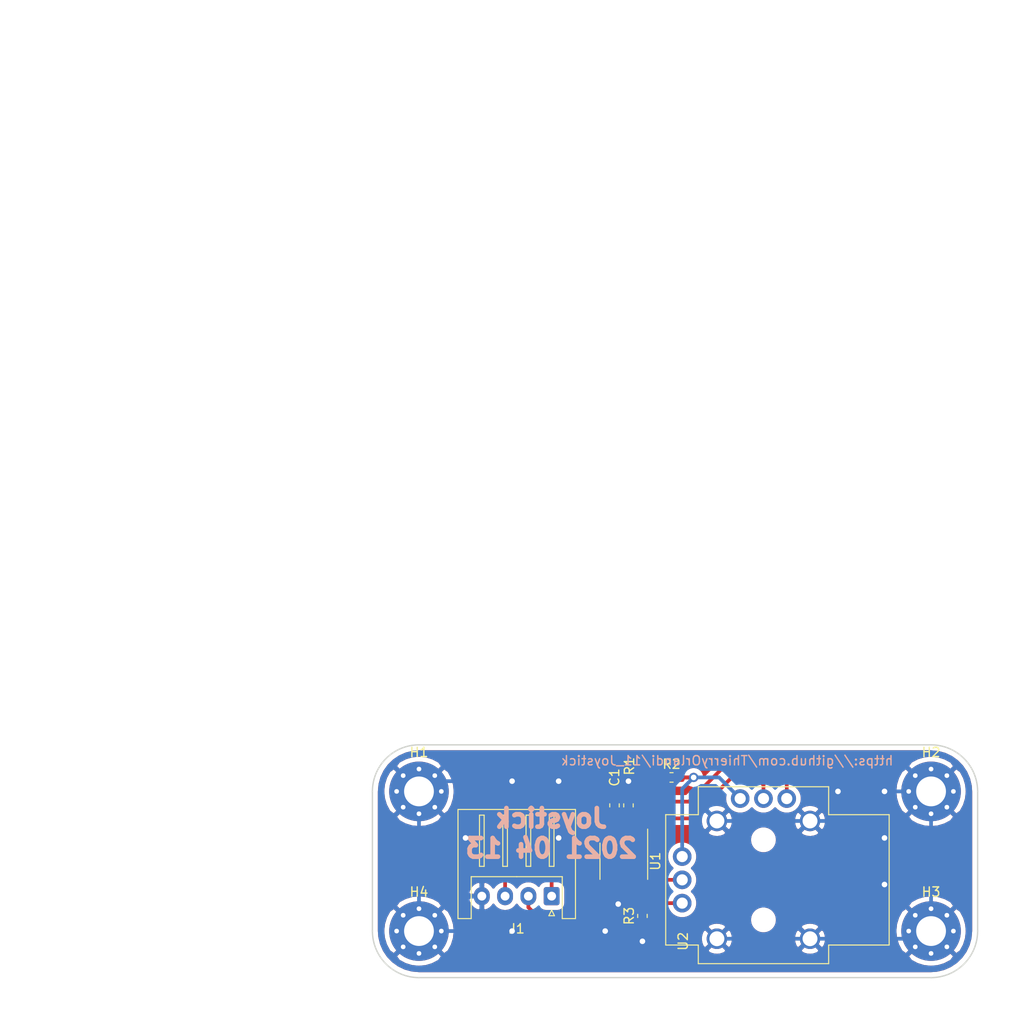
<source format=kicad_pcb>
(kicad_pcb (version 20171130) (host pcbnew "(5.1.9)-1")

  (general
    (thickness 1.6)
    (drawings 28)
    (tracks 111)
    (zones 0)
    (modules 11)
    (nets 10)
  )

  (page A4)
  (layers
    (0 F.Cu signal)
    (31 B.Cu signal)
    (32 B.Adhes user hide)
    (33 F.Adhes user hide)
    (34 B.Paste user hide)
    (35 F.Paste user hide)
    (36 B.SilkS user)
    (37 F.SilkS user)
    (38 B.Mask user hide)
    (39 F.Mask user hide)
    (40 Dwgs.User user hide)
    (41 Cmts.User user hide)
    (42 Eco1.User user hide)
    (43 Eco2.User user)
    (44 Edge.Cuts user)
    (45 Margin user hide)
    (46 B.CrtYd user)
    (47 F.CrtYd user)
    (48 B.Fab user)
    (49 F.Fab user)
  )

  (setup
    (last_trace_width 0.4)
    (trace_clearance 0.2)
    (zone_clearance 0.508)
    (zone_45_only no)
    (trace_min 0.2)
    (via_size 1)
    (via_drill 0.6)
    (via_min_size 0.4)
    (via_min_drill 0.3)
    (uvia_size 0.3)
    (uvia_drill 0.1)
    (uvias_allowed no)
    (uvia_min_size 0.2)
    (uvia_min_drill 0.1)
    (edge_width 0.05)
    (segment_width 0.2)
    (pcb_text_width 0.3)
    (pcb_text_size 1.5 1.5)
    (mod_edge_width 0.12)
    (mod_text_size 1 1)
    (mod_text_width 0.15)
    (pad_size 8.5 8.5)
    (pad_drill 4.3)
    (pad_to_mask_clearance 0.05)
    (aux_axis_origin 0 0)
    (visible_elements 7FFFFF7F)
    (pcbplotparams
      (layerselection 0x310fc_ffffffff)
      (usegerberextensions false)
      (usegerberattributes true)
      (usegerberadvancedattributes true)
      (creategerberjobfile true)
      (excludeedgelayer false)
      (linewidth 0.100000)
      (plotframeref false)
      (viasonmask false)
      (mode 1)
      (useauxorigin true)
      (hpglpennumber 1)
      (hpglpenspeed 20)
      (hpglpendiameter 15.000000)
      (psnegative false)
      (psa4output false)
      (plotreference true)
      (plotvalue true)
      (plotinvisibletext false)
      (padsonsilk true)
      (subtractmaskfromsilk false)
      (outputformat 1)
      (mirror false)
      (drillshape 0)
      (scaleselection 1)
      (outputdirectory "gerbers/"))
  )

  (net 0 "")
  (net 1 GND)
  (net 2 SCL)
  (net 3 SDA)
  (net 4 3V3)
  (net 5 "Net-(R2-Pad2)")
  (net 6 mes1_0)
  (net 7 mes0_0)
  (net 8 mes1_1)
  (net 9 mes0_1)

  (net_class Default "This is the default net class."
    (clearance 0.2)
    (trace_width 0.4)
    (via_dia 1)
    (via_drill 0.6)
    (uvia_dia 0.3)
    (uvia_drill 0.1)
    (add_net 3V3)
    (add_net GND)
    (add_net "Net-(R2-Pad2)")
    (add_net SCL)
    (add_net SDA)
    (add_net mes0_0)
    (add_net mes0_1)
    (add_net mes1_0)
    (add_net mes1_1)
  )

  (net_class fin ""
    (clearance 0.2)
    (trace_width 0.3)
    (via_dia 1)
    (via_drill 0.6)
    (uvia_dia 0.3)
    (uvia_drill 0.1)
  )

  (net_class gros ""
    (clearance 0.2)
    (trace_width 1)
    (via_dia 1)
    (via_drill 0.6)
    (uvia_dia 0.3)
    (uvia_drill 0.1)
  )

  (module MountingHole:MountingHole_3.2mm_M3_Pad_Via (layer F.Cu) (tedit 56DDBCCA) (tstamp 5FA0C8BD)
    (at 195 150)
    (descr "Mounting Hole 3.2mm, M3")
    (tags "mounting hole 3.2mm m3")
    (path /5FA92EE8/5FCCD464)
    (attr virtual)
    (fp_text reference H3 (at 0 -4.2) (layer F.SilkS)
      (effects (font (size 1 1) (thickness 0.15)))
    )
    (fp_text value MountingHole_Pad (at 0 4.2) (layer F.Fab)
      (effects (font (size 1 1) (thickness 0.15)))
    )
    (fp_text user %R (at 0.3 0) (layer F.Fab)
      (effects (font (size 1 1) (thickness 0.15)))
    )
    (fp_circle (center 0 0) (end 3.2 0) (layer Cmts.User) (width 0.15))
    (fp_circle (center 0 0) (end 3.45 0) (layer F.CrtYd) (width 0.05))
    (pad 1 thru_hole circle (at 1.697056 -1.697056) (size 0.8 0.8) (drill 0.5) (layers *.Cu *.Mask)
      (net 1 GND))
    (pad 1 thru_hole circle (at 0 -2.4) (size 0.8 0.8) (drill 0.5) (layers *.Cu *.Mask)
      (net 1 GND))
    (pad 1 thru_hole circle (at -1.697056 -1.697056) (size 0.8 0.8) (drill 0.5) (layers *.Cu *.Mask)
      (net 1 GND))
    (pad 1 thru_hole circle (at -2.4 0) (size 0.8 0.8) (drill 0.5) (layers *.Cu *.Mask)
      (net 1 GND))
    (pad 1 thru_hole circle (at -1.697056 1.697056) (size 0.8 0.8) (drill 0.5) (layers *.Cu *.Mask)
      (net 1 GND))
    (pad 1 thru_hole circle (at 0 2.4) (size 0.8 0.8) (drill 0.5) (layers *.Cu *.Mask)
      (net 1 GND))
    (pad 1 thru_hole circle (at 1.697056 1.697056) (size 0.8 0.8) (drill 0.5) (layers *.Cu *.Mask)
      (net 1 GND))
    (pad 1 thru_hole circle (at 2.4 0) (size 0.8 0.8) (drill 0.5) (layers *.Cu *.Mask)
      (net 1 GND))
    (pad 1 thru_hole circle (at 0 0) (size 6.4 6.4) (drill 3.2) (layers *.Cu *.Mask)
      (net 1 GND))
  )

  (module MountingHole:MountingHole_3.2mm_M3_Pad_Via (layer F.Cu) (tedit 56DDBCCA) (tstamp 5FA0C8AD)
    (at 140 135)
    (descr "Mounting Hole 3.2mm, M3")
    (tags "mounting hole 3.2mm m3")
    (path /5FA92EE8/5FCC1D68)
    (attr virtual)
    (fp_text reference H1 (at 0 -4.2) (layer F.SilkS)
      (effects (font (size 1 1) (thickness 0.15)))
    )
    (fp_text value MountingHole_Pad (at 0 4.2) (layer F.Fab)
      (effects (font (size 1 1) (thickness 0.15)))
    )
    (fp_text user %R (at 0.3 0) (layer F.Fab)
      (effects (font (size 1 1) (thickness 0.15)))
    )
    (fp_circle (center 0 0) (end 3.2 0) (layer Cmts.User) (width 0.15))
    (fp_circle (center 0 0) (end 3.45 0) (layer F.CrtYd) (width 0.05))
    (pad 1 thru_hole circle (at 1.697056 -1.697056) (size 0.8 0.8) (drill 0.5) (layers *.Cu *.Mask)
      (net 1 GND))
    (pad 1 thru_hole circle (at 0 -2.4) (size 0.8 0.8) (drill 0.5) (layers *.Cu *.Mask)
      (net 1 GND))
    (pad 1 thru_hole circle (at -1.697056 -1.697056) (size 0.8 0.8) (drill 0.5) (layers *.Cu *.Mask)
      (net 1 GND))
    (pad 1 thru_hole circle (at -2.4 0) (size 0.8 0.8) (drill 0.5) (layers *.Cu *.Mask)
      (net 1 GND))
    (pad 1 thru_hole circle (at -1.697056 1.697056) (size 0.8 0.8) (drill 0.5) (layers *.Cu *.Mask)
      (net 1 GND))
    (pad 1 thru_hole circle (at 0 2.4) (size 0.8 0.8) (drill 0.5) (layers *.Cu *.Mask)
      (net 1 GND))
    (pad 1 thru_hole circle (at 1.697056 1.697056) (size 0.8 0.8) (drill 0.5) (layers *.Cu *.Mask)
      (net 1 GND))
    (pad 1 thru_hole circle (at 2.4 0) (size 0.8 0.8) (drill 0.5) (layers *.Cu *.Mask)
      (net 1 GND))
    (pad 1 thru_hole circle (at 0 0) (size 6.4 6.4) (drill 3.2) (layers *.Cu *.Mask)
      (net 1 GND))
  )

  (module MountingHole:MountingHole_3.2mm_M3_Pad_Via (layer F.Cu) (tedit 56DDBCCA) (tstamp 5FA0C8CD)
    (at 195 135)
    (descr "Mounting Hole 3.2mm, M3")
    (tags "mounting hole 3.2mm m3")
    (path /5FA92EE8/5FCD7741)
    (attr virtual)
    (fp_text reference H2 (at 0 -4.2) (layer F.SilkS)
      (effects (font (size 1 1) (thickness 0.15)))
    )
    (fp_text value MountingHole_Pad (at 0 4.2) (layer F.Fab)
      (effects (font (size 1 1) (thickness 0.15)))
    )
    (fp_text user %R (at 0.3 0) (layer F.Fab)
      (effects (font (size 1 1) (thickness 0.15)))
    )
    (fp_circle (center 0 0) (end 3.2 0) (layer Cmts.User) (width 0.15))
    (fp_circle (center 0 0) (end 3.45 0) (layer F.CrtYd) (width 0.05))
    (pad 1 thru_hole circle (at 1.697056 -1.697056) (size 0.8 0.8) (drill 0.5) (layers *.Cu *.Mask)
      (net 1 GND))
    (pad 1 thru_hole circle (at 0 -2.4) (size 0.8 0.8) (drill 0.5) (layers *.Cu *.Mask)
      (net 1 GND))
    (pad 1 thru_hole circle (at -1.697056 -1.697056) (size 0.8 0.8) (drill 0.5) (layers *.Cu *.Mask)
      (net 1 GND))
    (pad 1 thru_hole circle (at -2.4 0) (size 0.8 0.8) (drill 0.5) (layers *.Cu *.Mask)
      (net 1 GND))
    (pad 1 thru_hole circle (at -1.697056 1.697056) (size 0.8 0.8) (drill 0.5) (layers *.Cu *.Mask)
      (net 1 GND))
    (pad 1 thru_hole circle (at 0 2.4) (size 0.8 0.8) (drill 0.5) (layers *.Cu *.Mask)
      (net 1 GND))
    (pad 1 thru_hole circle (at 1.697056 1.697056) (size 0.8 0.8) (drill 0.5) (layers *.Cu *.Mask)
      (net 1 GND))
    (pad 1 thru_hole circle (at 2.4 0) (size 0.8 0.8) (drill 0.5) (layers *.Cu *.Mask)
      (net 1 GND))
    (pad 1 thru_hole circle (at 0 0) (size 6.4 6.4) (drill 3.2) (layers *.Cu *.Mask)
      (net 1 GND))
  )

  (module MountingHole:MountingHole_3.2mm_M3_Pad_Via (layer F.Cu) (tedit 56DDBCCA) (tstamp 5FA0C8DD)
    (at 140 150)
    (descr "Mounting Hole 3.2mm, M3")
    (tags "mounting hole 3.2mm m3")
    (path /5FA92EE8/5FCE1C37)
    (attr virtual)
    (fp_text reference H4 (at 0 -4.2) (layer F.SilkS)
      (effects (font (size 1 1) (thickness 0.15)))
    )
    (fp_text value MountingHole_Pad (at 0 4.2) (layer F.Fab)
      (effects (font (size 1 1) (thickness 0.15)))
    )
    (fp_text user %R (at 0.3 0) (layer F.Fab)
      (effects (font (size 1 1) (thickness 0.15)))
    )
    (fp_circle (center 0 0) (end 3.2 0) (layer Cmts.User) (width 0.15))
    (fp_circle (center 0 0) (end 3.45 0) (layer F.CrtYd) (width 0.05))
    (pad 1 thru_hole circle (at 1.697056 -1.697056) (size 0.8 0.8) (drill 0.5) (layers *.Cu *.Mask)
      (net 1 GND))
    (pad 1 thru_hole circle (at 0 -2.4) (size 0.8 0.8) (drill 0.5) (layers *.Cu *.Mask)
      (net 1 GND))
    (pad 1 thru_hole circle (at -1.697056 -1.697056) (size 0.8 0.8) (drill 0.5) (layers *.Cu *.Mask)
      (net 1 GND))
    (pad 1 thru_hole circle (at -2.4 0) (size 0.8 0.8) (drill 0.5) (layers *.Cu *.Mask)
      (net 1 GND))
    (pad 1 thru_hole circle (at -1.697056 1.697056) (size 0.8 0.8) (drill 0.5) (layers *.Cu *.Mask)
      (net 1 GND))
    (pad 1 thru_hole circle (at 0 2.4) (size 0.8 0.8) (drill 0.5) (layers *.Cu *.Mask)
      (net 1 GND))
    (pad 1 thru_hole circle (at 1.697056 1.697056) (size 0.8 0.8) (drill 0.5) (layers *.Cu *.Mask)
      (net 1 GND))
    (pad 1 thru_hole circle (at 2.4 0) (size 0.8 0.8) (drill 0.5) (layers *.Cu *.Mask)
      (net 1 GND))
    (pad 1 thru_hole circle (at 0 0) (size 6.4 6.4) (drill 3.2) (layers *.Cu *.Mask)
      (net 1 GND))
  )

  (module Capacitor_SMD:C_0603_1608Metric_Pad1.05x0.95mm_HandSolder (layer F.Cu) (tedit 5B301BBE) (tstamp 60760186)
    (at 161 136.5 90)
    (descr "Capacitor SMD 0603 (1608 Metric), square (rectangular) end terminal, IPC_7351 nominal with elongated pad for handsoldering. (Body size source: http://www.tortai-tech.com/upload/download/2011102023233369053.pdf), generated with kicad-footprint-generator")
    (tags "capacitor handsolder")
    (path /6075642C/608AC586)
    (attr smd)
    (fp_text reference C1 (at 3 0 90) (layer F.SilkS)
      (effects (font (size 1 1) (thickness 0.15)))
    )
    (fp_text value 100nF (at 0 1.43 90) (layer F.Fab) hide
      (effects (font (size 1 1) (thickness 0.15)))
    )
    (fp_text user %R (at 0 0 90) (layer F.Fab)
      (effects (font (size 0.4 0.4) (thickness 0.06)))
    )
    (fp_line (start -0.8 0.4) (end -0.8 -0.4) (layer F.Fab) (width 0.1))
    (fp_line (start -0.8 -0.4) (end 0.8 -0.4) (layer F.Fab) (width 0.1))
    (fp_line (start 0.8 -0.4) (end 0.8 0.4) (layer F.Fab) (width 0.1))
    (fp_line (start 0.8 0.4) (end -0.8 0.4) (layer F.Fab) (width 0.1))
    (fp_line (start -0.171267 -0.51) (end 0.171267 -0.51) (layer F.SilkS) (width 0.12))
    (fp_line (start -0.171267 0.51) (end 0.171267 0.51) (layer F.SilkS) (width 0.12))
    (fp_line (start -1.65 0.73) (end -1.65 -0.73) (layer F.CrtYd) (width 0.05))
    (fp_line (start -1.65 -0.73) (end 1.65 -0.73) (layer F.CrtYd) (width 0.05))
    (fp_line (start 1.65 -0.73) (end 1.65 0.73) (layer F.CrtYd) (width 0.05))
    (fp_line (start 1.65 0.73) (end -1.65 0.73) (layer F.CrtYd) (width 0.05))
    (pad 2 smd roundrect (at 0.875 0 90) (size 1.05 0.95) (layers F.Cu F.Paste F.Mask) (roundrect_rratio 0.25)
      (net 1 GND))
    (pad 1 smd roundrect (at -0.875 0 90) (size 1.05 0.95) (layers F.Cu F.Paste F.Mask) (roundrect_rratio 0.25)
      (net 4 3V3))
    (model ${KISYS3DMOD}/Capacitor_SMD.3dshapes/C_0603_1608Metric.wrl
      (at (xyz 0 0 0))
      (scale (xyz 1 1 1))
      (rotate (xyz 0 0 0))
    )
  )

  (module Connector_JST:JST_XH_S4B-XH-A_1x04_P2.50mm_Horizontal (layer F.Cu) (tedit 5C281475) (tstamp 607601BC)
    (at 154.25 146.25 180)
    (descr "JST XH series connector, S4B-XH-A (http://www.jst-mfg.com/product/pdf/eng/eXH.pdf), generated with kicad-footprint-generator")
    (tags "connector JST XH horizontal")
    (path /6075642C/5FDFA7F7)
    (fp_text reference J1 (at 3.75 -3.5) (layer F.SilkS)
      (effects (font (size 1 1) (thickness 0.15)))
    )
    (fp_text value Conn_01x04 (at 3.75 10.4) (layer F.Fab)
      (effects (font (size 1 1) (thickness 0.15)))
    )
    (fp_text user %R (at 3.75 3.45) (layer F.Fab)
      (effects (font (size 1 1) (thickness 0.15)))
    )
    (fp_line (start -2.95 -2.8) (end -2.95 9.7) (layer F.CrtYd) (width 0.05))
    (fp_line (start -2.95 9.7) (end 10.45 9.7) (layer F.CrtYd) (width 0.05))
    (fp_line (start 10.45 9.7) (end 10.45 -2.8) (layer F.CrtYd) (width 0.05))
    (fp_line (start 10.45 -2.8) (end -2.95 -2.8) (layer F.CrtYd) (width 0.05))
    (fp_line (start 3.75 9.31) (end -2.56 9.31) (layer F.SilkS) (width 0.12))
    (fp_line (start -2.56 9.31) (end -2.56 -2.41) (layer F.SilkS) (width 0.12))
    (fp_line (start -2.56 -2.41) (end -1.14 -2.41) (layer F.SilkS) (width 0.12))
    (fp_line (start -1.14 -2.41) (end -1.14 2.09) (layer F.SilkS) (width 0.12))
    (fp_line (start -1.14 2.09) (end 3.75 2.09) (layer F.SilkS) (width 0.12))
    (fp_line (start 3.75 9.31) (end 10.06 9.31) (layer F.SilkS) (width 0.12))
    (fp_line (start 10.06 9.31) (end 10.06 -2.41) (layer F.SilkS) (width 0.12))
    (fp_line (start 10.06 -2.41) (end 8.64 -2.41) (layer F.SilkS) (width 0.12))
    (fp_line (start 8.64 -2.41) (end 8.64 2.09) (layer F.SilkS) (width 0.12))
    (fp_line (start 8.64 2.09) (end 3.75 2.09) (layer F.SilkS) (width 0.12))
    (fp_line (start 3.75 9.2) (end -2.45 9.2) (layer F.Fab) (width 0.1))
    (fp_line (start -2.45 9.2) (end -2.45 -2.3) (layer F.Fab) (width 0.1))
    (fp_line (start -2.45 -2.3) (end -1.25 -2.3) (layer F.Fab) (width 0.1))
    (fp_line (start -1.25 -2.3) (end -1.25 2.2) (layer F.Fab) (width 0.1))
    (fp_line (start -1.25 2.2) (end 3.75 2.2) (layer F.Fab) (width 0.1))
    (fp_line (start 3.75 9.2) (end 9.95 9.2) (layer F.Fab) (width 0.1))
    (fp_line (start 9.95 9.2) (end 9.95 -2.3) (layer F.Fab) (width 0.1))
    (fp_line (start 9.95 -2.3) (end 8.75 -2.3) (layer F.Fab) (width 0.1))
    (fp_line (start 8.75 -2.3) (end 8.75 2.2) (layer F.Fab) (width 0.1))
    (fp_line (start 8.75 2.2) (end 3.75 2.2) (layer F.Fab) (width 0.1))
    (fp_line (start -0.25 3.2) (end -0.25 8.7) (layer F.SilkS) (width 0.12))
    (fp_line (start -0.25 8.7) (end 0.25 8.7) (layer F.SilkS) (width 0.12))
    (fp_line (start 0.25 8.7) (end 0.25 3.2) (layer F.SilkS) (width 0.12))
    (fp_line (start 0.25 3.2) (end -0.25 3.2) (layer F.SilkS) (width 0.12))
    (fp_line (start 2.25 3.2) (end 2.25 8.7) (layer F.SilkS) (width 0.12))
    (fp_line (start 2.25 8.7) (end 2.75 8.7) (layer F.SilkS) (width 0.12))
    (fp_line (start 2.75 8.7) (end 2.75 3.2) (layer F.SilkS) (width 0.12))
    (fp_line (start 2.75 3.2) (end 2.25 3.2) (layer F.SilkS) (width 0.12))
    (fp_line (start 4.75 3.2) (end 4.75 8.7) (layer F.SilkS) (width 0.12))
    (fp_line (start 4.75 8.7) (end 5.25 8.7) (layer F.SilkS) (width 0.12))
    (fp_line (start 5.25 8.7) (end 5.25 3.2) (layer F.SilkS) (width 0.12))
    (fp_line (start 5.25 3.2) (end 4.75 3.2) (layer F.SilkS) (width 0.12))
    (fp_line (start 7.25 3.2) (end 7.25 8.7) (layer F.SilkS) (width 0.12))
    (fp_line (start 7.25 8.7) (end 7.75 8.7) (layer F.SilkS) (width 0.12))
    (fp_line (start 7.75 8.7) (end 7.75 3.2) (layer F.SilkS) (width 0.12))
    (fp_line (start 7.75 3.2) (end 7.25 3.2) (layer F.SilkS) (width 0.12))
    (fp_line (start 0 -1.5) (end -0.3 -2.1) (layer F.SilkS) (width 0.12))
    (fp_line (start -0.3 -2.1) (end 0.3 -2.1) (layer F.SilkS) (width 0.12))
    (fp_line (start 0.3 -2.1) (end 0 -1.5) (layer F.SilkS) (width 0.12))
    (fp_line (start -0.625 2.2) (end 0 1.2) (layer F.Fab) (width 0.1))
    (fp_line (start 0 1.2) (end 0.625 2.2) (layer F.Fab) (width 0.1))
    (pad 4 thru_hole oval (at 7.5 0 180) (size 1.7 1.95) (drill 0.95) (layers *.Cu *.Mask)
      (net 1 GND))
    (pad 3 thru_hole oval (at 5 0 180) (size 1.7 1.95) (drill 0.95) (layers *.Cu *.Mask)
      (net 4 3V3))
    (pad 2 thru_hole oval (at 2.5 0 180) (size 1.7 1.95) (drill 0.95) (layers *.Cu *.Mask)
      (net 2 SCL))
    (pad 1 thru_hole roundrect (at 0 0 180) (size 1.7 1.95) (drill 0.95) (layers *.Cu *.Mask) (roundrect_rratio 0.147059)
      (net 3 SDA))
    (model ${KISYS3DMOD}/Connector_JST.3dshapes/JST_XH_S4B-XH-A_1x04_P2.50mm_Horizontal.wrl
      (at (xyz 0 0 0))
      (scale (xyz 1 1 1))
      (rotate (xyz 0 0 0))
    )
  )

  (module Resistor_SMD:R_0603_1608Metric_Pad1.05x0.95mm_HandSolder (layer F.Cu) (tedit 5B301BBD) (tstamp 607601CD)
    (at 162.5 136.5 270)
    (descr "Resistor SMD 0603 (1608 Metric), square (rectangular) end terminal, IPC_7351 nominal with elongated pad for handsoldering. (Body size source: http://www.tortai-tech.com/upload/download/2011102023233369053.pdf), generated with kicad-footprint-generator")
    (tags "resistor handsolder")
    (path /6075642C/607A4070)
    (attr smd)
    (fp_text reference R1 (at -4.2 -0.1 90) (layer F.SilkS)
      (effects (font (size 1 1) (thickness 0.15)))
    )
    (fp_text value 10k (at 0 1.43 90) (layer F.Fab) hide
      (effects (font (size 1 1) (thickness 0.15)))
    )
    (fp_text user %R (at 0 0 90) (layer F.Fab)
      (effects (font (size 0.4 0.4) (thickness 0.06)))
    )
    (fp_line (start -0.8 0.4) (end -0.8 -0.4) (layer F.Fab) (width 0.1))
    (fp_line (start -0.8 -0.4) (end 0.8 -0.4) (layer F.Fab) (width 0.1))
    (fp_line (start 0.8 -0.4) (end 0.8 0.4) (layer F.Fab) (width 0.1))
    (fp_line (start 0.8 0.4) (end -0.8 0.4) (layer F.Fab) (width 0.1))
    (fp_line (start -0.171267 -0.51) (end 0.171267 -0.51) (layer F.SilkS) (width 0.12))
    (fp_line (start -0.171267 0.51) (end 0.171267 0.51) (layer F.SilkS) (width 0.12))
    (fp_line (start -1.65 0.73) (end -1.65 -0.73) (layer F.CrtYd) (width 0.05))
    (fp_line (start -1.65 -0.73) (end 1.65 -0.73) (layer F.CrtYd) (width 0.05))
    (fp_line (start 1.65 -0.73) (end 1.65 0.73) (layer F.CrtYd) (width 0.05))
    (fp_line (start 1.65 0.73) (end -1.65 0.73) (layer F.CrtYd) (width 0.05))
    (pad 2 smd roundrect (at 0.875 0 270) (size 1.05 0.95) (layers F.Cu F.Paste F.Mask) (roundrect_rratio 0.25)
      (net 6 mes1_0))
    (pad 1 smd roundrect (at -0.875 0 270) (size 1.05 0.95) (layers F.Cu F.Paste F.Mask) (roundrect_rratio 0.25)
      (net 1 GND))
    (model ${KISYS3DMOD}/Resistor_SMD.3dshapes/R_0603_1608Metric.wrl
      (at (xyz 0 0 0))
      (scale (xyz 1 1 1))
      (rotate (xyz 0 0 0))
    )
  )

  (module Resistor_SMD:R_0603_1608Metric_Pad1.05x0.95mm_HandSolder (layer F.Cu) (tedit 5B301BBD) (tstamp 607601DE)
    (at 167.125 133.5)
    (descr "Resistor SMD 0603 (1608 Metric), square (rectangular) end terminal, IPC_7351 nominal with elongated pad for handsoldering. (Body size source: http://www.tortai-tech.com/upload/download/2011102023233369053.pdf), generated with kicad-footprint-generator")
    (tags "resistor handsolder")
    (path /6075642C/607A2AEE)
    (attr smd)
    (fp_text reference R2 (at 0 -1.43) (layer F.SilkS)
      (effects (font (size 1 1) (thickness 0.15)))
    )
    (fp_text value 10k (at 0 1.43) (layer F.Fab) hide
      (effects (font (size 1 1) (thickness 0.15)))
    )
    (fp_text user %R (at 0 0) (layer F.Fab)
      (effects (font (size 0.4 0.4) (thickness 0.06)))
    )
    (fp_line (start -0.8 0.4) (end -0.8 -0.4) (layer F.Fab) (width 0.1))
    (fp_line (start -0.8 -0.4) (end 0.8 -0.4) (layer F.Fab) (width 0.1))
    (fp_line (start 0.8 -0.4) (end 0.8 0.4) (layer F.Fab) (width 0.1))
    (fp_line (start 0.8 0.4) (end -0.8 0.4) (layer F.Fab) (width 0.1))
    (fp_line (start -0.171267 -0.51) (end 0.171267 -0.51) (layer F.SilkS) (width 0.12))
    (fp_line (start -0.171267 0.51) (end 0.171267 0.51) (layer F.SilkS) (width 0.12))
    (fp_line (start -1.65 0.73) (end -1.65 -0.73) (layer F.CrtYd) (width 0.05))
    (fp_line (start -1.65 -0.73) (end 1.65 -0.73) (layer F.CrtYd) (width 0.05))
    (fp_line (start 1.65 -0.73) (end 1.65 0.73) (layer F.CrtYd) (width 0.05))
    (fp_line (start 1.65 0.73) (end -1.65 0.73) (layer F.CrtYd) (width 0.05))
    (pad 2 smd roundrect (at 0.875 0) (size 1.05 0.95) (layers F.Cu F.Paste F.Mask) (roundrect_rratio 0.25)
      (net 5 "Net-(R2-Pad2)"))
    (pad 1 smd roundrect (at -0.875 0) (size 1.05 0.95) (layers F.Cu F.Paste F.Mask) (roundrect_rratio 0.25)
      (net 4 3V3))
    (model ${KISYS3DMOD}/Resistor_SMD.3dshapes/R_0603_1608Metric.wrl
      (at (xyz 0 0 0))
      (scale (xyz 1 1 1))
      (rotate (xyz 0 0 0))
    )
  )

  (module Resistor_SMD:R_0603_1608Metric_Pad1.05x0.95mm_HandSolder (layer F.Cu) (tedit 5B301BBD) (tstamp 607601EF)
    (at 164 148.375 90)
    (descr "Resistor SMD 0603 (1608 Metric), square (rectangular) end terminal, IPC_7351 nominal with elongated pad for handsoldering. (Body size source: http://www.tortai-tech.com/upload/download/2011102023233369053.pdf), generated with kicad-footprint-generator")
    (tags "resistor handsolder")
    (path /6075642C/607A3DF3)
    (attr smd)
    (fp_text reference R3 (at 0 -1.43 90) (layer F.SilkS)
      (effects (font (size 1 1) (thickness 0.15)))
    )
    (fp_text value 10k (at 0 1.43 90) (layer F.Fab) hide
      (effects (font (size 1 1) (thickness 0.15)))
    )
    (fp_text user %R (at 0 0 90) (layer F.Fab)
      (effects (font (size 0.4 0.4) (thickness 0.06)))
    )
    (fp_line (start -0.8 0.4) (end -0.8 -0.4) (layer F.Fab) (width 0.1))
    (fp_line (start -0.8 -0.4) (end 0.8 -0.4) (layer F.Fab) (width 0.1))
    (fp_line (start 0.8 -0.4) (end 0.8 0.4) (layer F.Fab) (width 0.1))
    (fp_line (start 0.8 0.4) (end -0.8 0.4) (layer F.Fab) (width 0.1))
    (fp_line (start -0.171267 -0.51) (end 0.171267 -0.51) (layer F.SilkS) (width 0.12))
    (fp_line (start -0.171267 0.51) (end 0.171267 0.51) (layer F.SilkS) (width 0.12))
    (fp_line (start -1.65 0.73) (end -1.65 -0.73) (layer F.CrtYd) (width 0.05))
    (fp_line (start -1.65 -0.73) (end 1.65 -0.73) (layer F.CrtYd) (width 0.05))
    (fp_line (start 1.65 -0.73) (end 1.65 0.73) (layer F.CrtYd) (width 0.05))
    (fp_line (start 1.65 0.73) (end -1.65 0.73) (layer F.CrtYd) (width 0.05))
    (pad 2 smd roundrect (at 0.875 0 90) (size 1.05 0.95) (layers F.Cu F.Paste F.Mask) (roundrect_rratio 0.25)
      (net 7 mes0_0))
    (pad 1 smd roundrect (at -0.875 0 90) (size 1.05 0.95) (layers F.Cu F.Paste F.Mask) (roundrect_rratio 0.25)
      (net 1 GND))
    (model ${KISYS3DMOD}/Resistor_SMD.3dshapes/R_0603_1608Metric.wrl
      (at (xyz 0 0 0))
      (scale (xyz 1 1 1))
      (rotate (xyz 0 0 0))
    )
  )

  (module Package_SO:SOIC-8_3.9x4.9mm_P1.27mm (layer F.Cu) (tedit 5D9F72B1) (tstamp 6076051C)
    (at 162 142.5 270)
    (descr "SOIC, 8 Pin (JEDEC MS-012AA, https://www.analog.com/media/en/package-pcb-resources/package/pkg_pdf/soic_narrow-r/r_8.pdf), generated with kicad-footprint-generator ipc_gullwing_generator.py")
    (tags "SOIC SO")
    (path /6075642C/607669DA)
    (attr smd)
    (fp_text reference U1 (at 0 -3.4 90) (layer F.SilkS)
      (effects (font (size 1 1) (thickness 0.15)))
    )
    (fp_text value MCP3426-xSN (at 0 3.4 90) (layer F.Fab)
      (effects (font (size 1 1) (thickness 0.15)))
    )
    (fp_text user %R (at 0 0 90) (layer F.Fab)
      (effects (font (size 0.98 0.98) (thickness 0.15)))
    )
    (fp_line (start 0 2.56) (end 1.95 2.56) (layer F.SilkS) (width 0.12))
    (fp_line (start 0 2.56) (end -1.95 2.56) (layer F.SilkS) (width 0.12))
    (fp_line (start 0 -2.56) (end 1.95 -2.56) (layer F.SilkS) (width 0.12))
    (fp_line (start 0 -2.56) (end -3.45 -2.56) (layer F.SilkS) (width 0.12))
    (fp_line (start -0.975 -2.45) (end 1.95 -2.45) (layer F.Fab) (width 0.1))
    (fp_line (start 1.95 -2.45) (end 1.95 2.45) (layer F.Fab) (width 0.1))
    (fp_line (start 1.95 2.45) (end -1.95 2.45) (layer F.Fab) (width 0.1))
    (fp_line (start -1.95 2.45) (end -1.95 -1.475) (layer F.Fab) (width 0.1))
    (fp_line (start -1.95 -1.475) (end -0.975 -2.45) (layer F.Fab) (width 0.1))
    (fp_line (start -3.7 -2.7) (end -3.7 2.7) (layer F.CrtYd) (width 0.05))
    (fp_line (start -3.7 2.7) (end 3.7 2.7) (layer F.CrtYd) (width 0.05))
    (fp_line (start 3.7 2.7) (end 3.7 -2.7) (layer F.CrtYd) (width 0.05))
    (fp_line (start 3.7 -2.7) (end -3.7 -2.7) (layer F.CrtYd) (width 0.05))
    (pad 8 smd roundrect (at 2.475 -1.905 270) (size 1.95 0.6) (layers F.Cu F.Paste F.Mask) (roundrect_rratio 0.25)
      (net 7 mes0_0))
    (pad 7 smd roundrect (at 2.475 -0.635 270) (size 1.95 0.6) (layers F.Cu F.Paste F.Mask) (roundrect_rratio 0.25)
      (net 9 mes0_1))
    (pad 6 smd roundrect (at 2.475 0.635 270) (size 1.95 0.6) (layers F.Cu F.Paste F.Mask) (roundrect_rratio 0.25)
      (net 1 GND))
    (pad 5 smd roundrect (at 2.475 1.905 270) (size 1.95 0.6) (layers F.Cu F.Paste F.Mask) (roundrect_rratio 0.25)
      (net 2 SCL))
    (pad 4 smd roundrect (at -2.475 1.905 270) (size 1.95 0.6) (layers F.Cu F.Paste F.Mask) (roundrect_rratio 0.25)
      (net 3 SDA))
    (pad 3 smd roundrect (at -2.475 0.635 270) (size 1.95 0.6) (layers F.Cu F.Paste F.Mask) (roundrect_rratio 0.25)
      (net 4 3V3))
    (pad 2 smd roundrect (at -2.475 -0.635 270) (size 1.95 0.6) (layers F.Cu F.Paste F.Mask) (roundrect_rratio 0.25)
      (net 6 mes1_0))
    (pad 1 smd roundrect (at -2.475 -1.905 270) (size 1.95 0.6) (layers F.Cu F.Paste F.Mask) (roundrect_rratio 0.25)
      (net 8 mes1_1))
    (model ${KISYS3DMOD}/Package_SO.3dshapes/SOIC-8_3.9x4.9mm_P1.27mm.wrl
      (at (xyz 0 0 0))
      (scale (xyz 1 1 1))
      (rotate (xyz 0 0 0))
    )
  )

  (module Chimere_comps:RKJXV1220 (layer F.Cu) (tedit 6075AD22) (tstamp 60FC3D0C)
    (at 177 144.5 90)
    (path /6075642C/607A039F)
    (fp_text reference U2 (at -6.604 -8.636 90) (layer F.SilkS)
      (effects (font (size 1 1) (thickness 0.15)))
    )
    (fp_text value joystick (at 0 -0.5 90) (layer F.Fab)
      (effects (font (size 1 1) (thickness 0.15)))
    )
    (fp_poly (pts (xy 1 7.5) (xy -1 7.5) (xy -1 0) (xy 1 0)) (layer Eco2.User) (width 0.1))
    (fp_poly (pts (xy 2 8) (xy 0 10) (xy -2 8) (xy 0 6)) (layer Eco2.User) (width 0.1))
    (fp_poly (pts (xy 5 3.5) (xy 3.5 5) (xy 2 3.5) (xy 3.5 2)) (layer Eco2.User) (width 0.1))
    (fp_poly (pts (xy 5 -3.5) (xy 3.5 -2) (xy 2 -3.5) (xy 3.5 -5)) (layer Eco2.User) (width 0.1))
    (fp_poly (pts (xy -2 -3.5) (xy -3.5 -2) (xy -5 -3.5) (xy -3.5 -5)) (layer Eco2.User) (width 0.1))
    (fp_poly (pts (xy -2 3.5) (xy -3.5 5) (xy -5 3.5) (xy -3.5 2)) (layer Eco2.User) (width 0.1))
    (fp_poly (pts (xy 2 0) (xy 0 2) (xy -2 0) (xy 0 -2)) (layer Eco2.User) (width 0.1))
    (fp_line (start -1.1 6.5) (end -1.1 1.5) (layer Eco2.User) (width 0.12))
    (fp_line (start -1.1 6) (end -1.1 6.5) (layer Eco2.User) (width 0.12))
    (fp_line (start 1.1 6) (end 1.1 6.6) (layer Eco2.User) (width 0.12))
    (fp_line (start 1.1 6) (end 1.1 1.5) (layer Eco2.User) (width 0.12))
    (fp_line (start 0 6) (end -1.1 6) (layer Eco2.User) (width 0.12))
    (fp_line (start 0 6) (end 1.1 6) (layer Eco2.User) (width 0.12))
    (fp_circle (center 0 8) (end 2 8) (layer Eco2.User) (width 0.12))
    (fp_circle (center 3.5 3.5) (end 5 3.5) (layer Eco2.User) (width 0.12))
    (fp_circle (center -3.5 3.5) (end -2 3.5) (layer Eco2.User) (width 0.12))
    (fp_circle (center -3.5 -3.5) (end -2 -3.5) (layer Eco2.User) (width 0.12))
    (fp_circle (center 3.5 -3.5) (end 2 -3.5) (layer Eco2.User) (width 0.12))
    (fp_circle (center 0 0) (end 2 0) (layer Eco2.User) (width 0.12))
    (fp_line (start -7 -7) (end -7 -10.5) (layer F.Fab) (width 0.12))
    (fp_line (start -9 -7) (end -7 -7) (layer F.Fab) (width 0.12))
    (fp_line (start -9 7) (end -9 -7) (layer F.Fab) (width 0.12))
    (fp_line (start -7 7) (end -9 7) (layer F.Fab) (width 0.12))
    (fp_line (start -7 13.5) (end -7 7) (layer F.Fab) (width 0.12))
    (fp_line (start 7 13.5) (end -7 13.5) (layer F.Fab) (width 0.12))
    (fp_line (start 7 7) (end 7 13.5) (layer F.Fab) (width 0.12))
    (fp_line (start 10 7) (end 7 7) (layer F.Fab) (width 0.12))
    (fp_line (start 10 -7) (end 10 7) (layer F.Fab) (width 0.12))
    (fp_line (start 7 -7) (end 10 -7) (layer F.Fab) (width 0.12))
    (fp_line (start 7 -10.5) (end 7 -7) (layer F.Fab) (width 0.12))
    (fp_line (start -7 -10.5) (end 7 -10.5) (layer F.Fab) (width 0.12))
    (fp_line (start -7 -7) (end -7 -10.5) (layer F.CrtYd) (width 0.12))
    (fp_line (start -9 -7) (end -7 -7) (layer F.CrtYd) (width 0.12))
    (fp_line (start -9 7) (end -9 -7) (layer F.CrtYd) (width 0.12))
    (fp_line (start -7 7) (end -9 7) (layer F.CrtYd) (width 0.12))
    (fp_line (start -7 13.5) (end -7 7) (layer F.CrtYd) (width 0.12))
    (fp_line (start 7 13.5) (end -7 13.5) (layer F.CrtYd) (width 0.12))
    (fp_line (start 7 7) (end 7 13.5) (layer F.CrtYd) (width 0.12))
    (fp_line (start 10 7) (end 7 7) (layer F.CrtYd) (width 0.12))
    (fp_line (start 10 -7) (end 10 7) (layer F.CrtYd) (width 0.12))
    (fp_line (start 7 -7) (end 10 -7) (layer F.CrtYd) (width 0.12))
    (fp_line (start 7 -10.5) (end 7 -7) (layer F.CrtYd) (width 0.12))
    (fp_line (start -7 -10.5) (end 7 -10.5) (layer F.CrtYd) (width 0.12))
    (fp_line (start -7 -10.5) (end 7 -10.5) (layer F.SilkS) (width 0.12))
    (fp_line (start 7 -10.5) (end 7 -7) (layer F.SilkS) (width 0.12))
    (fp_line (start 7 -7) (end 10 -7) (layer F.SilkS) (width 0.12))
    (fp_line (start 10 -7) (end 10 7) (layer F.SilkS) (width 0.12))
    (fp_line (start 10 7) (end 7 7) (layer F.SilkS) (width 0.12))
    (fp_line (start 7 7) (end 7 13.5) (layer F.SilkS) (width 0.12))
    (fp_line (start 7 13.5) (end -7 13.5) (layer F.SilkS) (width 0.12))
    (fp_line (start -7 13.5) (end -7 7) (layer F.SilkS) (width 0.12))
    (fp_line (start -7 7) (end -9 7) (layer F.SilkS) (width 0.12))
    (fp_line (start -9 7) (end -9 -7) (layer F.SilkS) (width 0.12))
    (fp_line (start -9 -7) (end -7 -7) (layer F.SilkS) (width 0.12))
    (fp_line (start -7 -7) (end -7 -10.5) (layer F.SilkS) (width 0.12))
    (pad "" np_thru_hole circle (at -4.3 0 90) (size 1.65 1.65) (drill 1.65) (layers *.Cu *.Mask))
    (pad "" np_thru_hole circle (at 4.3 0 90) (size 1.65 1.65) (drill 1.65) (layers *.Cu *.Mask))
    (pad 7 thru_hole circle (at 6.325 -5 90) (size 2.2 2.2) (drill 1.6) (layers *.Cu *.Mask)
      (net 1 GND))
    (pad 8 thru_hole circle (at -6.325 -5 90) (size 2.2 2.2) (drill 1.6) (layers *.Cu *.Mask)
      (net 1 GND))
    (pad 9 thru_hole circle (at -6.325 5 90) (size 2.2 2.2) (drill 1.6) (layers *.Cu *.Mask)
      (net 1 GND))
    (pad 10 thru_hole circle (at 6.325 5 90) (size 2.2 2.2) (drill 1.6) (layers *.Cu *.Mask)
      (net 1 GND))
    (pad 1 thru_hole circle (at 8.73 2.5 90) (size 2 2) (drill 1.2) (layers *.Cu *.Mask)
      (net 6 mes1_0))
    (pad 2 thru_hole circle (at 8.73 0 90) (size 2 2) (drill 1.2) (layers *.Cu *.Mask)
      (net 8 mes1_1))
    (pad 3 thru_hole circle (at 8.73 -2.5 90) (size 2 2) (drill 1.2) (layers *.Cu *.Mask)
      (net 5 "Net-(R2-Pad2)"))
    (pad 6 thru_hole circle (at -2.5 -8.73 90) (size 2 2) (drill 1.2) (layers *.Cu *.Mask)
      (net 7 mes0_0))
    (pad 4 thru_hole circle (at 2.5 -8.73 90) (size 2 2) (drill 1.2) (layers *.Cu *.Mask)
      (net 5 "Net-(R2-Pad2)"))
    (pad 5 thru_hole circle (at 0 -8.73 90) (size 2 2) (drill 1.2) (layers *.Cu *.Mask)
      (net 9 mes0_1))
  )

  (gr_text "Joystick\n2021 04 13" (at 154.2 139.5) (layer B.SilkS)
    (effects (font (size 2 2) (thickness 0.5)) (justify mirror))
  )
  (gr_text https://github.com/ThierryOrlandi/11_Joystick (at 173.1 131.7) (layer B.SilkS)
    (effects (font (size 1 1) (thickness 0.15)) (justify mirror))
  )
  (gr_line (start 140 130) (end 195 130) (layer Edge.Cuts) (width 0.15) (tstamp 5FE31EA0))
  (gr_arc (start 195 135) (end 200 135) (angle -90) (layer Edge.Cuts) (width 0.15))
  (gr_arc (start 195 150) (end 195 155) (angle -90) (layer Edge.Cuts) (width 0.15))
  (gr_arc (start 140 150) (end 135 150) (angle -90) (layer Edge.Cuts) (width 0.15))
  (gr_arc (start 140 135) (end 140 130) (angle -90) (layer Edge.Cuts) (width 0.15))
  (gr_line (start 135 150) (end 135 135) (layer Edge.Cuts) (width 0.15))
  (gr_line (start 195 155) (end 140 155) (layer Edge.Cuts) (width 0.15))
  (gr_line (start 200 135) (end 200 150) (layer Edge.Cuts) (width 0.15))
  (gr_line (start 110 65) (end 110 145) (layer Eco1.User) (width 0.15) (tstamp 5F973D88))
  (gr_line (start 190 145) (end 110 145) (layer Eco1.User) (width 0.15))
  (gr_line (start 190 65) (end 190 145) (layer Eco1.User) (width 0.15))
  (gr_line (start 110 65) (end 190 65) (layer Eco1.User) (width 0.15) (tstamp 607443DF))
  (gr_line (start 143.1925 57.785) (end 143.1925 141.5415) (layer Dwgs.User) (width 0.15))
  (gr_line (start 91.3515 94.4245) (end 207.3275 94.4245) (layer Dwgs.User) (width 0.15))
  (dimension 36.557 (width 0.15) (layer Dwgs.User)
    (gr_text "36,557 mm" (at 76.424 76.146 270) (layer Dwgs.User)
      (effects (font (size 1 1) (thickness 0.15)))
    )
    (feature1 (pts (xy 91.3515 94.4245) (xy 77.137579 94.4245)))
    (feature2 (pts (xy 91.3515 57.8675) (xy 77.137579 57.8675)))
    (crossbar (pts (xy 77.724 57.8675) (xy 77.724 94.4245)))
    (arrow1a (pts (xy 77.724 94.4245) (xy 77.137579 93.297996)))
    (arrow1b (pts (xy 77.724 94.4245) (xy 78.310421 93.297996)))
    (arrow2a (pts (xy 77.724 57.8675) (xy 77.137579 58.994004)))
    (arrow2b (pts (xy 77.724 57.8675) (xy 78.310421 58.994004)))
  )
  (dimension 51.816 (width 0.15) (layer Dwgs.User)
    (gr_text "51,816 mm" (at 117.2845 48.357) (layer Dwgs.User)
      (effects (font (size 1 1) (thickness 0.15)))
    )
    (feature1 (pts (xy 143.1925 57.8485) (xy 143.1925 49.070579)))
    (feature2 (pts (xy 91.3765 57.8485) (xy 91.3765 49.070579)))
    (crossbar (pts (xy 91.3765 49.657) (xy 143.1925 49.657)))
    (arrow1a (pts (xy 143.1925 49.657) (xy 142.065996 50.243421)))
    (arrow1b (pts (xy 143.1925 49.657) (xy 142.065996 49.070579)))
    (arrow2a (pts (xy 91.3765 49.657) (xy 92.503004 50.243421)))
    (arrow2b (pts (xy 91.3765 49.657) (xy 92.503004 49.070579)))
  )
  (dimension 73.018999 (width 0.15) (layer Dwgs.User)
    (gr_text "73,019 mm" (at 88.108 94.357999 270) (layer Dwgs.User)
      (effects (font (size 1 1) (thickness 0.15)))
    )
    (feature1 (pts (xy 91.3765 130.867499) (xy 88.821579 130.867499)))
    (feature2 (pts (xy 91.3765 57.8485) (xy 88.821579 57.8485)))
    (crossbar (pts (xy 89.408 57.8485) (xy 89.408 130.867499)))
    (arrow1a (pts (xy 89.408 130.867499) (xy 88.821579 129.740995)))
    (arrow1b (pts (xy 89.408 130.867499) (xy 89.994421 129.740995)))
    (arrow2a (pts (xy 89.408 57.8485) (xy 88.821579 58.975004)))
    (arrow2b (pts (xy 89.408 57.8485) (xy 89.994421 58.975004)))
  )
  (dimension 103.575 (width 0.15) (layer Dwgs.User)
    (gr_text "103,575 mm" (at 143.164 45.817) (layer Dwgs.User)
      (effects (font (size 1 1) (thickness 0.15)))
    )
    (feature1 (pts (xy 194.9515 57.8485) (xy 194.9515 46.530579)))
    (feature2 (pts (xy 91.3765 57.8485) (xy 91.3765 46.530579)))
    (crossbar (pts (xy 91.3765 47.117) (xy 194.9515 47.117)))
    (arrow1a (pts (xy 194.9515 47.117) (xy 193.824996 47.703421)))
    (arrow1b (pts (xy 194.9515 47.117) (xy 193.824996 46.530579)))
    (arrow2a (pts (xy 91.3765 47.117) (xy 92.503004 47.703421)))
    (arrow2b (pts (xy 91.3765 47.117) (xy 92.503004 46.530579)))
  )
  (gr_line (start 187.0075 51.562) (end 187.0075 152.654) (layer Dwgs.User) (width 0.15))
  (gr_line (start 187.0075 82.8675) (end 187.0075 51.562) (layer Dwgs.User) (width 0.15))
  (gr_line (start 99.2505 28.956) (end 99.2505 144.7165) (layer Dwgs.User) (width 0.15))
  (gr_line (start 99.2505 82.7405) (end 99.2505 28.956) (layer Dwgs.User) (width 0.15))
  (gr_line (start 132.7785 61.214) (end 196.342 61.214) (layer Dwgs.User) (width 0.15))
  (gr_line (start 145.288 51.562) (end 135.382 51.562) (layer Dwgs.User) (width 0.15))
  (gr_line (start 145.288 75.1205) (end 145.288 51.562) (layer Dwgs.User) (width 0.15))
  (gr_line (start 135.3185 75.057) (end 135.3185 51.308) (layer Dwgs.User) (width 0.15))

  (segment (start 197.358 147.642) (end 195 150) (width 0.3) (layer F.Cu) (net 1))
  (segment (start 172 138.175) (end 182 138.175) (width 0.4) (layer B.Cu) (net 1))
  (segment (start 172 150.825) (end 182 150.825) (width 0.4) (layer B.Cu) (net 1))
  (segment (start 194.175 150.825) (end 195 150) (width 0.4) (layer B.Cu) (net 1))
  (segment (start 182 150.825) (end 194.175 150.825) (width 0.4) (layer B.Cu) (net 1))
  (segment (start 195 150) (end 195 135) (width 0.4) (layer B.Cu) (net 1))
  (segment (start 191.825 138.175) (end 195 135) (width 0.4) (layer B.Cu) (net 1))
  (segment (start 182 138.175) (end 191.825 138.175) (width 0.4) (layer B.Cu) (net 1))
  (segment (start 140 135) (end 140 150) (width 0.4) (layer B.Cu) (net 1))
  (segment (start 146.75 146.25) (end 146.75 148.75) (width 0.4) (layer B.Cu) (net 1))
  (segment (start 145.5 150) (end 140 150) (width 0.4) (layer B.Cu) (net 1))
  (segment (start 146.75 148.75) (end 145.5 150) (width 0.4) (layer B.Cu) (net 1))
  (segment (start 145.5 150) (end 148.6 153.1) (width 0.4) (layer B.Cu) (net 1))
  (segment (start 169.725 153.1) (end 172 150.825) (width 0.4) (layer B.Cu) (net 1))
  (segment (start 162.5 135.625) (end 162.5 133.9) (width 0.4) (layer F.Cu) (net 1))
  (via (at 162.5 133.9) (size 1) (drill 0.6) (layers F.Cu B.Cu) (net 1))
  (segment (start 161 135.625) (end 161 133.9) (width 0.4) (layer F.Cu) (net 1))
  (segment (start 161 133.9) (end 162.5 133.9) (width 0.4) (layer F.Cu) (net 1))
  (segment (start 141.1 133.9) (end 140 135) (width 0.4) (layer B.Cu) (net 1))
  (segment (start 162.5 133.9) (end 141.1 133.9) (width 0.4) (layer B.Cu) (net 1))
  (via (at 161.4 147.1) (size 1) (drill 0.6) (layers F.Cu B.Cu) (net 1))
  (segment (start 161.365 144.975) (end 161.365 147.065) (width 0.4) (layer F.Cu) (net 1))
  (segment (start 161.365 147.065) (end 161.4 147.1) (width 0.4) (layer F.Cu) (net 1))
  (segment (start 161.4 153) (end 161.5 153.1) (width 0.4) (layer B.Cu) (net 1))
  (segment (start 148.6 153.1) (end 161.5 153.1) (width 0.4) (layer B.Cu) (net 1))
  (segment (start 161.4 147.1) (end 161.4 153) (width 0.4) (layer B.Cu) (net 1))
  (via (at 164 151.1) (size 1) (drill 0.6) (layers F.Cu B.Cu) (net 1))
  (segment (start 164 149.25) (end 164 151.1) (width 0.4) (layer F.Cu) (net 1))
  (segment (start 164 153) (end 164.1 153.1) (width 0.4) (layer B.Cu) (net 1))
  (segment (start 164 151.1) (end 164 153) (width 0.4) (layer B.Cu) (net 1))
  (segment (start 161.5 153.1) (end 164.1 153.1) (width 0.4) (layer B.Cu) (net 1))
  (segment (start 164.1 153.1) (end 169.725 153.1) (width 0.4) (layer B.Cu) (net 1))
  (via (at 150 133.9) (size 1) (drill 0.6) (layers F.Cu B.Cu) (net 1) (tstamp 607614A9))
  (via (at 155 133.9) (size 1) (drill 0.6) (layers F.Cu B.Cu) (net 1) (tstamp 607614AC))
  (via (at 150 150) (size 1) (drill 0.6) (layers F.Cu B.Cu) (net 1) (tstamp 607614AE))
  (via (at 160 150) (size 1) (drill 0.6) (layers F.Cu B.Cu) (net 1) (tstamp 607614B0))
  (via (at 190 145) (size 1) (drill 0.6) (layers F.Cu B.Cu) (net 1) (tstamp 607614B2))
  (via (at 190 140) (size 1) (drill 0.6) (layers F.Cu B.Cu) (net 1) (tstamp 607614EF))
  (via (at 190 135) (size 1) (drill 0.6) (layers F.Cu B.Cu) (net 1) (tstamp 607614F1))
  (via (at 185 135) (size 1) (drill 0.6) (layers F.Cu B.Cu) (net 1) (tstamp 607614F3))
  (via (at 155 140) (size 1) (drill 0.6) (layers F.Cu B.Cu) (net 1) (tstamp 607614F5))
  (via (at 145 140) (size 1) (drill 0.6) (layers F.Cu B.Cu) (net 1) (tstamp 607614F7))
  (segment (start 155 140) (end 155 133.9) (width 0.4) (layer B.Cu) (net 1))
  (segment (start 145 140) (end 140 135) (width 0.4) (layer B.Cu) (net 1))
  (segment (start 150 151.7) (end 148.6 153.1) (width 0.4) (layer B.Cu) (net 1))
  (segment (start 150 150) (end 150 151.7) (width 0.4) (layer B.Cu) (net 1))
  (segment (start 160 148.5) (end 161.4 147.1) (width 0.4) (layer B.Cu) (net 1))
  (segment (start 160 150) (end 160 148.5) (width 0.4) (layer B.Cu) (net 1))
  (segment (start 190 145) (end 195 150) (width 0.4) (layer B.Cu) (net 1))
  (segment (start 190 140) (end 195 135) (width 0.4) (layer B.Cu) (net 1))
  (segment (start 185 135) (end 190 135) (width 0.4) (layer B.Cu) (net 1))
  (segment (start 190 135) (end 195 135) (width 0.4) (layer B.Cu) (net 1))
  (segment (start 160.095 144.975) (end 160.095 147.105) (width 0.4) (layer F.Cu) (net 2))
  (segment (start 160.095 147.105) (end 158.2 149) (width 0.4) (layer F.Cu) (net 2))
  (segment (start 158.2 149) (end 153.3 149) (width 0.4) (layer F.Cu) (net 2))
  (segment (start 151.75 147.45) (end 151.75 146.25) (width 0.4) (layer F.Cu) (net 2))
  (segment (start 153.3 149) (end 151.75 147.45) (width 0.4) (layer F.Cu) (net 2))
  (segment (start 160.095 140.025) (end 160.095 141.405) (width 0.4) (layer F.Cu) (net 3))
  (segment (start 160.095 141.405) (end 159.1 142.4) (width 0.4) (layer F.Cu) (net 3))
  (segment (start 159.1 142.4) (end 155.2 142.4) (width 0.4) (layer F.Cu) (net 3))
  (segment (start 154.25 143.35) (end 154.25 146.25) (width 0.4) (layer F.Cu) (net 3))
  (segment (start 155.2 142.4) (end 154.25 143.35) (width 0.4) (layer F.Cu) (net 3))
  (segment (start 161.365 140.025) (end 161.365 138.765) (width 0.4) (layer F.Cu) (net 4))
  (segment (start 161 138.4) (end 161 137.375) (width 0.4) (layer F.Cu) (net 4))
  (segment (start 161.365 138.765) (end 161 138.4) (width 0.4) (layer F.Cu) (net 4))
  (segment (start 166.25 133.5) (end 163.9 133.5) (width 0.4) (layer F.Cu) (net 4))
  (segment (start 163.9 133.5) (end 163.1 132.7) (width 0.4) (layer F.Cu) (net 4))
  (segment (start 163.1 132.7) (end 160.2 132.7) (width 0.4) (layer F.Cu) (net 4))
  (segment (start 160.2 132.7) (end 159.3 133.6) (width 0.4) (layer F.Cu) (net 4))
  (segment (start 159.3 133.6) (end 159.3 137.5) (width 0.4) (layer F.Cu) (net 4))
  (segment (start 160.2 138.4) (end 161 138.4) (width 0.4) (layer F.Cu) (net 4))
  (segment (start 159.3 137.5) (end 160.2 138.4) (width 0.4) (layer F.Cu) (net 4))
  (segment (start 149.25 146.25) (end 149.25 141.25) (width 0.4) (layer F.Cu) (net 4))
  (segment (start 153 137.5) (end 159.3 137.5) (width 0.4) (layer F.Cu) (net 4))
  (segment (start 149.25 141.25) (end 153 137.5) (width 0.4) (layer F.Cu) (net 4))
  (segment (start 168 133.5) (end 169 133.5) (width 0.4) (layer F.Cu) (net 5))
  (segment (start 169 133.5) (end 169.2 133.5) (width 0.4) (layer F.Cu) (net 5))
  (via (at 169.5 133.5) (size 1) (drill 0.6) (layers F.Cu B.Cu) (net 5))
  (segment (start 168 133.5) (end 169.5 133.5) (width 0.4) (layer F.Cu) (net 5))
  (segment (start 172.23 133.5) (end 174.5 135.77) (width 0.4) (layer B.Cu) (net 5))
  (segment (start 169.5 133.5) (end 172.23 133.5) (width 0.4) (layer B.Cu) (net 5))
  (segment (start 168.27 134.73) (end 169.5 133.5) (width 0.4) (layer B.Cu) (net 5))
  (segment (start 168.27 142) (end 168.27 134.73) (width 0.4) (layer B.Cu) (net 5))
  (segment (start 162.635 140.025) (end 162.635 138.635) (width 0.4) (layer F.Cu) (net 6))
  (segment (start 162.5 138.5) (end 162.5 137.375) (width 0.4) (layer F.Cu) (net 6))
  (segment (start 162.635 138.635) (end 162.5 138.5) (width 0.4) (layer F.Cu) (net 6))
  (segment (start 162.635 138.635) (end 162.765 138.635) (width 0.4) (layer F.Cu) (net 6))
  (segment (start 162.765 138.635) (end 165.3 136.1) (width 0.4) (layer F.Cu) (net 6))
  (segment (start 165.3 136.1) (end 169 136.1) (width 0.4) (layer F.Cu) (net 6))
  (segment (start 169 136.1) (end 172.8 132.3) (width 0.4) (layer F.Cu) (net 6))
  (segment (start 172.8 132.3) (end 178.3 132.3) (width 0.4) (layer F.Cu) (net 6))
  (segment (start 179.5 133.5) (end 179.5 135.77) (width 0.4) (layer F.Cu) (net 6))
  (segment (start 178.3 132.3) (end 179.5 133.5) (width 0.4) (layer F.Cu) (net 6))
  (segment (start 163.905 144.975) (end 163.905 146.405) (width 0.4) (layer F.Cu) (net 7))
  (segment (start 164 146.5) (end 164 147.5) (width 0.4) (layer F.Cu) (net 7))
  (segment (start 163.905 146.405) (end 164 146.5) (width 0.4) (layer F.Cu) (net 7))
  (segment (start 168.27 147) (end 165.3 147) (width 0.4) (layer F.Cu) (net 7))
  (segment (start 164.8 146.5) (end 164 146.5) (width 0.4) (layer F.Cu) (net 7))
  (segment (start 165.3 147) (end 164.8 146.5) (width 0.4) (layer F.Cu) (net 7))
  (segment (start 163.905 140.025) (end 163.905 138.595) (width 0.4) (layer F.Cu) (net 8))
  (segment (start 163.905 138.595) (end 164.6 137.9) (width 0.4) (layer F.Cu) (net 8))
  (segment (start 164.6 137.9) (end 169.2 137.9) (width 0.4) (layer F.Cu) (net 8))
  (segment (start 169.2 137.9) (end 173.7 133.4) (width 0.4) (layer F.Cu) (net 8))
  (segment (start 173.7 133.4) (end 176.1 133.4) (width 0.4) (layer F.Cu) (net 8))
  (segment (start 177 134.3) (end 177 135.77) (width 0.4) (layer F.Cu) (net 8))
  (segment (start 176.1 133.4) (end 177 134.3) (width 0.4) (layer F.Cu) (net 8))
  (segment (start 162.635 144.975) (end 162.635 143.465) (width 0.4) (layer F.Cu) (net 9))
  (segment (start 162.635 143.465) (end 163.1 143) (width 0.4) (layer F.Cu) (net 9))
  (segment (start 163.1 143) (end 164.7 143) (width 0.4) (layer F.Cu) (net 9))
  (segment (start 166.2 144.5) (end 168.27 144.5) (width 0.4) (layer F.Cu) (net 9))
  (segment (start 164.7 143) (end 166.2 144.5) (width 0.4) (layer F.Cu) (net 9))

  (zone (net 1) (net_name GND) (layer B.Cu) (tstamp 0) (hatch edge 0.508)
    (connect_pads (clearance 0.508))
    (min_thickness 0.254)
    (fill yes (arc_segments 32) (thermal_gap 0.508) (thermal_bridge_width 0.508))
    (polygon
      (pts
        (xy 205 160) (xy 95 160) (xy 95 50) (xy 205 50)
      )
    )
    (filled_polygon
      (pts
        (xy 195.759192 130.780578) (xy 196.494389 130.981705) (xy 197.182351 131.309846) (xy 197.801331 131.754628) (xy 198.331761 132.301988)
        (xy 198.756884 132.934639) (xy 199.063251 133.632561) (xy 199.242499 134.379183) (xy 199.29 135.02603) (xy 199.290001 149.96837)
        (xy 199.219422 150.759193) (xy 199.018295 151.494389) (xy 198.690152 152.182355) (xy 198.245374 152.801328) (xy 197.698012 153.331761)
        (xy 197.065362 153.756883) (xy 196.367439 154.063251) (xy 195.620819 154.242499) (xy 194.97397 154.29) (xy 140.031618 154.29)
        (xy 139.240807 154.219422) (xy 138.505611 154.018295) (xy 137.817645 153.690152) (xy 137.198672 153.245374) (xy 136.67102 152.700881)
        (xy 137.478724 152.700881) (xy 137.838912 153.190548) (xy 138.502882 153.550849) (xy 139.224385 153.774694) (xy 139.975695 153.85348)
        (xy 140.727938 153.784178) (xy 141.452208 153.569452) (xy 142.12067 153.217555) (xy 142.161088 153.190548) (xy 142.521276 152.700881)
        (xy 192.478724 152.700881) (xy 192.838912 153.190548) (xy 193.502882 153.550849) (xy 194.224385 153.774694) (xy 194.975695 153.85348)
        (xy 195.727938 153.784178) (xy 196.452208 153.569452) (xy 197.12067 153.217555) (xy 197.161088 153.190548) (xy 197.521276 152.700881)
        (xy 195 150.179605) (xy 192.478724 152.700881) (xy 142.521276 152.700881) (xy 140 150.179605) (xy 137.478724 152.700881)
        (xy 136.67102 152.700881) (xy 136.668239 152.698012) (xy 136.243117 152.065362) (xy 135.936749 151.367439) (xy 135.757501 150.620819)
        (xy 135.710127 149.975695) (xy 136.14652 149.975695) (xy 136.215822 150.727938) (xy 136.430548 151.452208) (xy 136.782445 152.12067)
        (xy 136.809452 152.161088) (xy 137.299119 152.521276) (xy 139.820395 150) (xy 140.179605 150) (xy 142.700881 152.521276)
        (xy 143.190548 152.161088) (xy 143.260753 152.031712) (xy 170.972893 152.031712) (xy 171.080726 152.306338) (xy 171.387384 152.457216)
        (xy 171.717585 152.545369) (xy 172.058639 152.567409) (xy 172.397439 152.522489) (xy 172.720966 152.412336) (xy 172.919274 152.306338)
        (xy 173.027107 152.031712) (xy 180.972893 152.031712) (xy 181.080726 152.306338) (xy 181.387384 152.457216) (xy 181.717585 152.545369)
        (xy 182.058639 152.567409) (xy 182.397439 152.522489) (xy 182.720966 152.412336) (xy 182.919274 152.306338) (xy 183.027107 152.031712)
        (xy 182 151.004605) (xy 180.972893 152.031712) (xy 173.027107 152.031712) (xy 172 151.004605) (xy 170.972893 152.031712)
        (xy 143.260753 152.031712) (xy 143.550849 151.497118) (xy 143.741179 150.883639) (xy 170.257591 150.883639) (xy 170.302511 151.222439)
        (xy 170.412664 151.545966) (xy 170.518662 151.744274) (xy 170.793288 151.852107) (xy 171.820395 150.825) (xy 172.179605 150.825)
        (xy 173.206712 151.852107) (xy 173.481338 151.744274) (xy 173.632216 151.437616) (xy 173.720369 151.107415) (xy 173.73483 150.883639)
        (xy 180.257591 150.883639) (xy 180.302511 151.222439) (xy 180.412664 151.545966) (xy 180.518662 151.744274) (xy 180.793288 151.852107)
        (xy 181.820395 150.825) (xy 182.179605 150.825) (xy 183.206712 151.852107) (xy 183.481338 151.744274) (xy 183.632216 151.437616)
        (xy 183.720369 151.107415) (xy 183.742409 150.766361) (xy 183.697489 150.427561) (xy 183.587336 150.104034) (xy 183.518738 149.975695)
        (xy 191.14652 149.975695) (xy 191.215822 150.727938) (xy 191.430548 151.452208) (xy 191.782445 152.12067) (xy 191.809452 152.161088)
        (xy 192.299119 152.521276) (xy 194.820395 150) (xy 195.179605 150) (xy 197.700881 152.521276) (xy 198.190548 152.161088)
        (xy 198.550849 151.497118) (xy 198.774694 150.775615) (xy 198.85348 150.024305) (xy 198.784178 149.272062) (xy 198.569452 148.547792)
        (xy 198.217555 147.87933) (xy 198.190548 147.838912) (xy 197.700881 147.478724) (xy 195.179605 150) (xy 194.820395 150)
        (xy 192.299119 147.478724) (xy 191.809452 147.838912) (xy 191.449151 148.502882) (xy 191.225306 149.224385) (xy 191.14652 149.975695)
        (xy 183.518738 149.975695) (xy 183.481338 149.905726) (xy 183.206712 149.797893) (xy 182.179605 150.825) (xy 181.820395 150.825)
        (xy 180.793288 149.797893) (xy 180.518662 149.905726) (xy 180.367784 150.212384) (xy 180.279631 150.542585) (xy 180.257591 150.883639)
        (xy 173.73483 150.883639) (xy 173.742409 150.766361) (xy 173.697489 150.427561) (xy 173.587336 150.104034) (xy 173.481338 149.905726)
        (xy 173.206712 149.797893) (xy 172.179605 150.825) (xy 171.820395 150.825) (xy 170.793288 149.797893) (xy 170.518662 149.905726)
        (xy 170.367784 150.212384) (xy 170.279631 150.542585) (xy 170.257591 150.883639) (xy 143.741179 150.883639) (xy 143.774694 150.775615)
        (xy 143.85348 150.024305) (xy 143.816075 149.618288) (xy 170.972893 149.618288) (xy 172 150.645395) (xy 173.027107 149.618288)
        (xy 172.919274 149.343662) (xy 172.612616 149.192784) (xy 172.282415 149.104631) (xy 171.941361 149.082591) (xy 171.602561 149.127511)
        (xy 171.279034 149.237664) (xy 171.080726 149.343662) (xy 170.972893 149.618288) (xy 143.816075 149.618288) (xy 143.784178 149.272062)
        (xy 143.601593 148.656203) (xy 175.54 148.656203) (xy 175.54 148.943797) (xy 175.596107 149.225866) (xy 175.706165 149.491569)
        (xy 175.865944 149.730696) (xy 176.069304 149.934056) (xy 176.308431 150.093835) (xy 176.574134 150.203893) (xy 176.856203 150.26)
        (xy 177.143797 150.26) (xy 177.425866 150.203893) (xy 177.691569 150.093835) (xy 177.930696 149.934056) (xy 178.134056 149.730696)
        (xy 178.209164 149.618288) (xy 180.972893 149.618288) (xy 182 150.645395) (xy 183.027107 149.618288) (xy 182.919274 149.343662)
        (xy 182.612616 149.192784) (xy 182.282415 149.104631) (xy 181.941361 149.082591) (xy 181.602561 149.127511) (xy 181.279034 149.237664)
        (xy 181.080726 149.343662) (xy 180.972893 149.618288) (xy 178.209164 149.618288) (xy 178.293835 149.491569) (xy 178.403893 149.225866)
        (xy 178.46 148.943797) (xy 178.46 148.656203) (xy 178.403893 148.374134) (xy 178.293835 148.108431) (xy 178.134056 147.869304)
        (xy 177.930696 147.665944) (xy 177.691569 147.506165) (xy 177.425866 147.396107) (xy 177.143797 147.34) (xy 176.856203 147.34)
        (xy 176.574134 147.396107) (xy 176.308431 147.506165) (xy 176.069304 147.665944) (xy 175.865944 147.869304) (xy 175.706165 148.108431)
        (xy 175.596107 148.374134) (xy 175.54 148.656203) (xy 143.601593 148.656203) (xy 143.569452 148.547792) (xy 143.217555 147.87933)
        (xy 143.190548 147.838912) (xy 142.700881 147.478724) (xy 140.179605 150) (xy 139.820395 150) (xy 137.299119 147.478724)
        (xy 136.809452 147.838912) (xy 136.449151 148.502882) (xy 136.225306 149.224385) (xy 136.14652 149.975695) (xy 135.710127 149.975695)
        (xy 135.71 149.97397) (xy 135.71 147.299119) (xy 137.478724 147.299119) (xy 140 149.820395) (xy 142.521276 147.299119)
        (xy 142.161088 146.809452) (xy 141.792184 146.609267) (xy 145.28368 146.609267) (xy 145.357558 146.89083) (xy 145.484947 147.15257)
        (xy 145.660951 147.384429) (xy 145.878807 147.577496) (xy 146.130142 147.724352) (xy 146.39311 147.816476) (xy 146.623 147.695155)
        (xy 146.623 146.377) (xy 145.423835 146.377) (xy 145.28368 146.609267) (xy 141.792184 146.609267) (xy 141.497118 146.449151)
        (xy 140.775615 146.225306) (xy 140.024305 146.14652) (xy 139.272062 146.215822) (xy 138.547792 146.430548) (xy 137.87933 146.782445)
        (xy 137.838912 146.809452) (xy 137.478724 147.299119) (xy 135.71 147.299119) (xy 135.71 145.890733) (xy 145.28368 145.890733)
        (xy 145.423835 146.123) (xy 146.623 146.123) (xy 146.623 144.804845) (xy 146.877 144.804845) (xy 146.877 146.123)
        (xy 146.897 146.123) (xy 146.897 146.377) (xy 146.877 146.377) (xy 146.877 147.695155) (xy 147.10689 147.816476)
        (xy 147.369858 147.724352) (xy 147.621193 147.577496) (xy 147.839049 147.384429) (xy 147.995538 147.178278) (xy 148.009294 147.204013)
        (xy 148.194866 147.430134) (xy 148.420986 147.615706) (xy 148.678966 147.753599) (xy 148.958889 147.838513) (xy 149.25 147.867185)
        (xy 149.54111 147.838513) (xy 149.821033 147.753599) (xy 150.079013 147.615706) (xy 150.305134 147.430134) (xy 150.490706 147.204014)
        (xy 150.5 147.186626) (xy 150.509294 147.204013) (xy 150.694866 147.430134) (xy 150.920986 147.615706) (xy 151.178966 147.753599)
        (xy 151.458889 147.838513) (xy 151.75 147.867185) (xy 152.04111 147.838513) (xy 152.321033 147.753599) (xy 152.579013 147.615706)
        (xy 152.805134 147.430134) (xy 152.857223 147.366663) (xy 152.911595 147.468386) (xy 153.022038 147.602962) (xy 153.156614 147.713405)
        (xy 153.31015 147.795472) (xy 153.476746 147.846008) (xy 153.65 147.863072) (xy 154.85 147.863072) (xy 155.023254 147.846008)
        (xy 155.18985 147.795472) (xy 155.343386 147.713405) (xy 155.477962 147.602962) (xy 155.588405 147.468386) (xy 155.670472 147.31485)
        (xy 155.721008 147.148254) (xy 155.738072 146.975) (xy 155.738072 145.525) (xy 155.721008 145.351746) (xy 155.670472 145.18515)
        (xy 155.588405 145.031614) (xy 155.477962 144.897038) (xy 155.343386 144.786595) (xy 155.18985 144.704528) (xy 155.023254 144.653992)
        (xy 154.85 144.636928) (xy 153.65 144.636928) (xy 153.476746 144.653992) (xy 153.31015 144.704528) (xy 153.156614 144.786595)
        (xy 153.022038 144.897038) (xy 152.911595 145.031614) (xy 152.857223 145.133337) (xy 152.805134 145.069866) (xy 152.579014 144.884294)
        (xy 152.321034 144.746401) (xy 152.041111 144.661487) (xy 151.75 144.632815) (xy 151.45889 144.661487) (xy 151.178967 144.746401)
        (xy 150.920987 144.884294) (xy 150.694866 145.069866) (xy 150.509294 145.295986) (xy 150.5 145.313374) (xy 150.490706 145.295986)
        (xy 150.305134 145.069866) (xy 150.079014 144.884294) (xy 149.821034 144.746401) (xy 149.541111 144.661487) (xy 149.25 144.632815)
        (xy 148.95889 144.661487) (xy 148.678967 144.746401) (xy 148.420987 144.884294) (xy 148.194866 145.069866) (xy 148.009294 145.295986)
        (xy 147.995538 145.321722) (xy 147.839049 145.115571) (xy 147.621193 144.922504) (xy 147.369858 144.775648) (xy 147.10689 144.683524)
        (xy 146.877 144.804845) (xy 146.623 144.804845) (xy 146.39311 144.683524) (xy 146.130142 144.775648) (xy 145.878807 144.922504)
        (xy 145.660951 145.115571) (xy 145.484947 145.34743) (xy 145.357558 145.60917) (xy 145.28368 145.890733) (xy 135.71 145.890733)
        (xy 135.71 141.838967) (xy 166.635 141.838967) (xy 166.635 142.161033) (xy 166.697832 142.476912) (xy 166.821082 142.774463)
        (xy 167.000013 143.042252) (xy 167.207761 143.25) (xy 167.000013 143.457748) (xy 166.821082 143.725537) (xy 166.697832 144.023088)
        (xy 166.635 144.338967) (xy 166.635 144.661033) (xy 166.697832 144.976912) (xy 166.821082 145.274463) (xy 167.000013 145.542252)
        (xy 167.207761 145.75) (xy 167.000013 145.957748) (xy 166.821082 146.225537) (xy 166.697832 146.523088) (xy 166.635 146.838967)
        (xy 166.635 147.161033) (xy 166.697832 147.476912) (xy 166.821082 147.774463) (xy 167.000013 148.042252) (xy 167.227748 148.269987)
        (xy 167.495537 148.448918) (xy 167.793088 148.572168) (xy 168.108967 148.635) (xy 168.431033 148.635) (xy 168.746912 148.572168)
        (xy 169.044463 148.448918) (xy 169.312252 148.269987) (xy 169.539987 148.042252) (xy 169.718918 147.774463) (xy 169.842168 147.476912)
        (xy 169.877533 147.299119) (xy 192.478724 147.299119) (xy 195 149.820395) (xy 197.521276 147.299119) (xy 197.161088 146.809452)
        (xy 196.497118 146.449151) (xy 195.775615 146.225306) (xy 195.024305 146.14652) (xy 194.272062 146.215822) (xy 193.547792 146.430548)
        (xy 192.87933 146.782445) (xy 192.838912 146.809452) (xy 192.478724 147.299119) (xy 169.877533 147.299119) (xy 169.905 147.161033)
        (xy 169.905 146.838967) (xy 169.842168 146.523088) (xy 169.718918 146.225537) (xy 169.539987 145.957748) (xy 169.332239 145.75)
        (xy 169.539987 145.542252) (xy 169.718918 145.274463) (xy 169.842168 144.976912) (xy 169.905 144.661033) (xy 169.905 144.338967)
        (xy 169.842168 144.023088) (xy 169.718918 143.725537) (xy 169.539987 143.457748) (xy 169.332239 143.25) (xy 169.539987 143.042252)
        (xy 169.718918 142.774463) (xy 169.842168 142.476912) (xy 169.905 142.161033) (xy 169.905 141.838967) (xy 169.842168 141.523088)
        (xy 169.718918 141.225537) (xy 169.539987 140.957748) (xy 169.312252 140.730013) (xy 169.105 140.591532) (xy 169.105 140.056203)
        (xy 175.54 140.056203) (xy 175.54 140.343797) (xy 175.596107 140.625866) (xy 175.706165 140.891569) (xy 175.865944 141.130696)
        (xy 176.069304 141.334056) (xy 176.308431 141.493835) (xy 176.574134 141.603893) (xy 176.856203 141.66) (xy 177.143797 141.66)
        (xy 177.425866 141.603893) (xy 177.691569 141.493835) (xy 177.930696 141.334056) (xy 178.134056 141.130696) (xy 178.293835 140.891569)
        (xy 178.403893 140.625866) (xy 178.46 140.343797) (xy 178.46 140.056203) (xy 178.403893 139.774134) (xy 178.293835 139.508431)
        (xy 178.209165 139.381712) (xy 180.972893 139.381712) (xy 181.080726 139.656338) (xy 181.387384 139.807216) (xy 181.717585 139.895369)
        (xy 182.058639 139.917409) (xy 182.397439 139.872489) (xy 182.720966 139.762336) (xy 182.919274 139.656338) (xy 183.027107 139.381712)
        (xy 182 138.354605) (xy 180.972893 139.381712) (xy 178.209165 139.381712) (xy 178.134056 139.269304) (xy 177.930696 139.065944)
        (xy 177.691569 138.906165) (xy 177.425866 138.796107) (xy 177.143797 138.74) (xy 176.856203 138.74) (xy 176.574134 138.796107)
        (xy 176.308431 138.906165) (xy 176.069304 139.065944) (xy 175.865944 139.269304) (xy 175.706165 139.508431) (xy 175.596107 139.774134)
        (xy 175.54 140.056203) (xy 169.105 140.056203) (xy 169.105 139.381712) (xy 170.972893 139.381712) (xy 171.080726 139.656338)
        (xy 171.387384 139.807216) (xy 171.717585 139.895369) (xy 172.058639 139.917409) (xy 172.397439 139.872489) (xy 172.720966 139.762336)
        (xy 172.919274 139.656338) (xy 173.027107 139.381712) (xy 172 138.354605) (xy 170.972893 139.381712) (xy 169.105 139.381712)
        (xy 169.105 138.233639) (xy 170.257591 138.233639) (xy 170.302511 138.572439) (xy 170.412664 138.895966) (xy 170.518662 139.094274)
        (xy 170.793288 139.202107) (xy 171.820395 138.175) (xy 172.179605 138.175) (xy 173.206712 139.202107) (xy 173.481338 139.094274)
        (xy 173.632216 138.787616) (xy 173.720369 138.457415) (xy 173.73483 138.233639) (xy 180.257591 138.233639) (xy 180.302511 138.572439)
        (xy 180.412664 138.895966) (xy 180.518662 139.094274) (xy 180.793288 139.202107) (xy 181.820395 138.175) (xy 182.179605 138.175)
        (xy 183.206712 139.202107) (xy 183.481338 139.094274) (xy 183.632216 138.787616) (xy 183.720369 138.457415) (xy 183.742409 138.116361)
        (xy 183.697489 137.777561) (xy 183.671382 137.700881) (xy 192.478724 137.700881) (xy 192.838912 138.190548) (xy 193.502882 138.550849)
        (xy 194.224385 138.774694) (xy 194.975695 138.85348) (xy 195.727938 138.784178) (xy 196.452208 138.569452) (xy 197.12067 138.217555)
        (xy 197.161088 138.190548) (xy 197.521276 137.700881) (xy 195 135.179605) (xy 192.478724 137.700881) (xy 183.671382 137.700881)
        (xy 183.587336 137.454034) (xy 183.481338 137.255726) (xy 183.206712 137.147893) (xy 182.179605 138.175) (xy 181.820395 138.175)
        (xy 180.793288 137.147893) (xy 180.518662 137.255726) (xy 180.367784 137.562384) (xy 180.279631 137.892585) (xy 180.257591 138.233639)
        (xy 173.73483 138.233639) (xy 173.742409 138.116361) (xy 173.697489 137.777561) (xy 173.587336 137.454034) (xy 173.481338 137.255726)
        (xy 173.206712 137.147893) (xy 172.179605 138.175) (xy 171.820395 138.175) (xy 170.793288 137.147893) (xy 170.518662 137.255726)
        (xy 170.367784 137.562384) (xy 170.279631 137.892585) (xy 170.257591 138.233639) (xy 169.105 138.233639) (xy 169.105 136.968288)
        (xy 170.972893 136.968288) (xy 172 137.995395) (xy 173.027107 136.968288) (xy 172.919274 136.693662) (xy 172.612616 136.542784)
        (xy 172.282415 136.454631) (xy 171.941361 136.432591) (xy 171.602561 136.477511) (xy 171.279034 136.587664) (xy 171.080726 136.693662)
        (xy 170.972893 136.968288) (xy 169.105 136.968288) (xy 169.105 135.075867) (xy 169.545868 134.635) (xy 169.611788 134.635)
        (xy 169.831067 134.591383) (xy 170.037624 134.505824) (xy 170.22352 134.381612) (xy 170.270132 134.335) (xy 171.884133 134.335)
        (xy 172.913628 135.364496) (xy 172.865 135.608967) (xy 172.865 135.931033) (xy 172.927832 136.246912) (xy 173.051082 136.544463)
        (xy 173.230013 136.812252) (xy 173.457748 137.039987) (xy 173.725537 137.218918) (xy 174.023088 137.342168) (xy 174.338967 137.405)
        (xy 174.661033 137.405) (xy 174.976912 137.342168) (xy 175.274463 137.218918) (xy 175.542252 137.039987) (xy 175.75 136.832239)
        (xy 175.957748 137.039987) (xy 176.225537 137.218918) (xy 176.523088 137.342168) (xy 176.838967 137.405) (xy 177.161033 137.405)
        (xy 177.476912 137.342168) (xy 177.774463 137.218918) (xy 178.042252 137.039987) (xy 178.25 136.832239) (xy 178.457748 137.039987)
        (xy 178.725537 137.218918) (xy 179.023088 137.342168) (xy 179.338967 137.405) (xy 179.661033 137.405) (xy 179.976912 137.342168)
        (xy 180.274463 137.218918) (xy 180.542252 137.039987) (xy 180.613951 136.968288) (xy 180.972893 136.968288) (xy 182 137.995395)
        (xy 183.027107 136.968288) (xy 182.919274 136.693662) (xy 182.612616 136.542784) (xy 182.282415 136.454631) (xy 181.941361 136.432591)
        (xy 181.602561 136.477511) (xy 181.279034 136.587664) (xy 181.080726 136.693662) (xy 180.972893 136.968288) (xy 180.613951 136.968288)
        (xy 180.769987 136.812252) (xy 180.948918 136.544463) (xy 181.072168 136.246912) (xy 181.135 135.931033) (xy 181.135 135.608967)
        (xy 181.072168 135.293088) (xy 180.948918 134.995537) (xy 180.93566 134.975695) (xy 191.14652 134.975695) (xy 191.215822 135.727938)
        (xy 191.430548 136.452208) (xy 191.782445 137.12067) (xy 191.809452 137.161088) (xy 192.299119 137.521276) (xy 194.820395 135)
        (xy 195.179605 135) (xy 197.700881 137.521276) (xy 198.190548 137.161088) (xy 198.550849 136.497118) (xy 198.774694 135.775615)
        (xy 198.85348 135.024305) (xy 198.784178 134.272062) (xy 198.569452 133.547792) (xy 198.217555 132.87933) (xy 198.190548 132.838912)
        (xy 197.700881 132.478724) (xy 195.179605 135) (xy 194.820395 135) (xy 192.299119 132.478724) (xy 191.809452 132.838912)
        (xy 191.449151 133.502882) (xy 191.225306 134.224385) (xy 191.14652 134.975695) (xy 180.93566 134.975695) (xy 180.769987 134.727748)
        (xy 180.542252 134.500013) (xy 180.274463 134.321082) (xy 179.976912 134.197832) (xy 179.661033 134.135) (xy 179.338967 134.135)
        (xy 179.023088 134.197832) (xy 178.725537 134.321082) (xy 178.457748 134.500013) (xy 178.25 134.707761) (xy 178.042252 134.500013)
        (xy 177.774463 134.321082) (xy 177.476912 134.197832) (xy 177.161033 134.135) (xy 176.838967 134.135) (xy 176.523088 134.197832)
        (xy 176.225537 134.321082) (xy 175.957748 134.500013) (xy 175.75 134.707761) (xy 175.542252 134.500013) (xy 175.274463 134.321082)
        (xy 174.976912 134.197832) (xy 174.661033 134.135) (xy 174.338967 134.135) (xy 174.094496 134.183628) (xy 172.849446 132.938579)
        (xy 172.823291 132.906709) (xy 172.696146 132.802364) (xy 172.551087 132.724828) (xy 172.393689 132.677082) (xy 172.271019 132.665)
        (xy 172.271018 132.665) (xy 172.23 132.66096) (xy 172.188982 132.665) (xy 170.270132 132.665) (xy 170.22352 132.618388)
        (xy 170.037624 132.494176) (xy 169.831067 132.408617) (xy 169.611788 132.365) (xy 169.388212 132.365) (xy 169.168933 132.408617)
        (xy 168.962376 132.494176) (xy 168.77648 132.618388) (xy 168.618388 132.77648) (xy 168.494176 132.962376) (xy 168.408617 133.168933)
        (xy 168.365 133.388212) (xy 168.365 133.454132) (xy 167.708574 134.110559) (xy 167.67671 134.136709) (xy 167.650562 134.168571)
        (xy 167.572364 134.263855) (xy 167.494828 134.408914) (xy 167.447082 134.566312) (xy 167.43096 134.73) (xy 167.435001 134.771028)
        (xy 167.435 140.591531) (xy 167.227748 140.730013) (xy 167.000013 140.957748) (xy 166.821082 141.225537) (xy 166.697832 141.523088)
        (xy 166.635 141.838967) (xy 135.71 141.838967) (xy 135.71 137.700881) (xy 137.478724 137.700881) (xy 137.838912 138.190548)
        (xy 138.502882 138.550849) (xy 139.224385 138.774694) (xy 139.975695 138.85348) (xy 140.727938 138.784178) (xy 141.452208 138.569452)
        (xy 142.12067 138.217555) (xy 142.161088 138.190548) (xy 142.521276 137.700881) (xy 140 135.179605) (xy 137.478724 137.700881)
        (xy 135.71 137.700881) (xy 135.71 135.031618) (xy 135.714991 134.975695) (xy 136.14652 134.975695) (xy 136.215822 135.727938)
        (xy 136.430548 136.452208) (xy 136.782445 137.12067) (xy 136.809452 137.161088) (xy 137.299119 137.521276) (xy 139.820395 135)
        (xy 140.179605 135) (xy 142.700881 137.521276) (xy 143.190548 137.161088) (xy 143.550849 136.497118) (xy 143.774694 135.775615)
        (xy 143.85348 135.024305) (xy 143.784178 134.272062) (xy 143.569452 133.547792) (xy 143.217555 132.87933) (xy 143.190548 132.838912)
        (xy 142.700881 132.478724) (xy 140.179605 135) (xy 139.820395 135) (xy 137.299119 132.478724) (xy 136.809452 132.838912)
        (xy 136.449151 133.502882) (xy 136.225306 134.224385) (xy 136.14652 134.975695) (xy 135.714991 134.975695) (xy 135.780578 134.240808)
        (xy 135.981705 133.505611) (xy 136.309846 132.817649) (xy 136.682447 132.299119) (xy 137.478724 132.299119) (xy 140 134.820395)
        (xy 142.521276 132.299119) (xy 192.478724 132.299119) (xy 195 134.820395) (xy 197.521276 132.299119) (xy 197.161088 131.809452)
        (xy 196.497118 131.449151) (xy 195.775615 131.225306) (xy 195.024305 131.14652) (xy 194.272062 131.215822) (xy 193.547792 131.430548)
        (xy 192.87933 131.782445) (xy 192.838912 131.809452) (xy 192.478724 132.299119) (xy 142.521276 132.299119) (xy 142.161088 131.809452)
        (xy 141.497118 131.449151) (xy 140.775615 131.225306) (xy 140.024305 131.14652) (xy 139.272062 131.215822) (xy 138.547792 131.430548)
        (xy 137.87933 131.782445) (xy 137.838912 131.809452) (xy 137.478724 132.299119) (xy 136.682447 132.299119) (xy 136.754628 132.198669)
        (xy 137.301988 131.668239) (xy 137.934639 131.243116) (xy 138.632561 130.936749) (xy 139.379183 130.757501) (xy 140.02603 130.71)
        (xy 194.968382 130.71)
      )
    )
  )
  (zone (net 1) (net_name GND) (layer F.Cu) (tstamp 60325BCB) (hatch edge 0.508)
    (connect_pads (clearance 0.508))
    (min_thickness 0.254)
    (fill yes (arc_segments 32) (thermal_gap 0.508) (thermal_bridge_width 0.508))
    (polygon
      (pts
        (xy 205 160) (xy 95 160) (xy 95 50) (xy 205 50)
      )
    )
    (filled_polygon
      (pts
        (xy 195.759192 130.780578) (xy 196.494389 130.981705) (xy 197.182351 131.309846) (xy 197.801331 131.754628) (xy 198.331761 132.301988)
        (xy 198.756884 132.934639) (xy 199.063251 133.632561) (xy 199.242499 134.379183) (xy 199.29 135.02603) (xy 199.290001 149.96837)
        (xy 199.219422 150.759193) (xy 199.018295 151.494389) (xy 198.690152 152.182355) (xy 198.245374 152.801328) (xy 197.698012 153.331761)
        (xy 197.065362 153.756883) (xy 196.367439 154.063251) (xy 195.620819 154.242499) (xy 194.97397 154.29) (xy 140.031618 154.29)
        (xy 139.240807 154.219422) (xy 138.505611 154.018295) (xy 137.817645 153.690152) (xy 137.198672 153.245374) (xy 136.67102 152.700881)
        (xy 137.478724 152.700881) (xy 137.838912 153.190548) (xy 138.502882 153.550849) (xy 139.224385 153.774694) (xy 139.975695 153.85348)
        (xy 140.727938 153.784178) (xy 141.452208 153.569452) (xy 142.12067 153.217555) (xy 142.161088 153.190548) (xy 142.521276 152.700881)
        (xy 192.478724 152.700881) (xy 192.838912 153.190548) (xy 193.502882 153.550849) (xy 194.224385 153.774694) (xy 194.975695 153.85348)
        (xy 195.727938 153.784178) (xy 196.452208 153.569452) (xy 197.12067 153.217555) (xy 197.161088 153.190548) (xy 197.521276 152.700881)
        (xy 195 150.179605) (xy 192.478724 152.700881) (xy 142.521276 152.700881) (xy 140 150.179605) (xy 137.478724 152.700881)
        (xy 136.67102 152.700881) (xy 136.668239 152.698012) (xy 136.243117 152.065362) (xy 135.936749 151.367439) (xy 135.757501 150.620819)
        (xy 135.710127 149.975695) (xy 136.14652 149.975695) (xy 136.215822 150.727938) (xy 136.430548 151.452208) (xy 136.782445 152.12067)
        (xy 136.809452 152.161088) (xy 137.299119 152.521276) (xy 139.820395 150) (xy 140.179605 150) (xy 142.700881 152.521276)
        (xy 143.190548 152.161088) (xy 143.260753 152.031712) (xy 170.972893 152.031712) (xy 171.080726 152.306338) (xy 171.387384 152.457216)
        (xy 171.717585 152.545369) (xy 172.058639 152.567409) (xy 172.397439 152.522489) (xy 172.720966 152.412336) (xy 172.919274 152.306338)
        (xy 173.027107 152.031712) (xy 180.972893 152.031712) (xy 181.080726 152.306338) (xy 181.387384 152.457216) (xy 181.717585 152.545369)
        (xy 182.058639 152.567409) (xy 182.397439 152.522489) (xy 182.720966 152.412336) (xy 182.919274 152.306338) (xy 183.027107 152.031712)
        (xy 182 151.004605) (xy 180.972893 152.031712) (xy 173.027107 152.031712) (xy 172 151.004605) (xy 170.972893 152.031712)
        (xy 143.260753 152.031712) (xy 143.550849 151.497118) (xy 143.741179 150.883639) (xy 170.257591 150.883639) (xy 170.302511 151.222439)
        (xy 170.412664 151.545966) (xy 170.518662 151.744274) (xy 170.793288 151.852107) (xy 171.820395 150.825) (xy 172.179605 150.825)
        (xy 173.206712 151.852107) (xy 173.481338 151.744274) (xy 173.632216 151.437616) (xy 173.720369 151.107415) (xy 173.73483 150.883639)
        (xy 180.257591 150.883639) (xy 180.302511 151.222439) (xy 180.412664 151.545966) (xy 180.518662 151.744274) (xy 180.793288 151.852107)
        (xy 181.820395 150.825) (xy 182.179605 150.825) (xy 183.206712 151.852107) (xy 183.481338 151.744274) (xy 183.632216 151.437616)
        (xy 183.720369 151.107415) (xy 183.742409 150.766361) (xy 183.697489 150.427561) (xy 183.587336 150.104034) (xy 183.518738 149.975695)
        (xy 191.14652 149.975695) (xy 191.215822 150.727938) (xy 191.430548 151.452208) (xy 191.782445 152.12067) (xy 191.809452 152.161088)
        (xy 192.299119 152.521276) (xy 194.820395 150) (xy 195.179605 150) (xy 197.700881 152.521276) (xy 198.190548 152.161088)
        (xy 198.550849 151.497118) (xy 198.774694 150.775615) (xy 198.85348 150.024305) (xy 198.784178 149.272062) (xy 198.569452 148.547792)
        (xy 198.217555 147.87933) (xy 198.190548 147.838912) (xy 197.700881 147.478724) (xy 195.179605 150) (xy 194.820395 150)
        (xy 192.299119 147.478724) (xy 191.809452 147.838912) (xy 191.449151 148.502882) (xy 191.225306 149.224385) (xy 191.14652 149.975695)
        (xy 183.518738 149.975695) (xy 183.481338 149.905726) (xy 183.206712 149.797893) (xy 182.179605 150.825) (xy 181.820395 150.825)
        (xy 180.793288 149.797893) (xy 180.518662 149.905726) (xy 180.367784 150.212384) (xy 180.279631 150.542585) (xy 180.257591 150.883639)
        (xy 173.73483 150.883639) (xy 173.742409 150.766361) (xy 173.697489 150.427561) (xy 173.587336 150.104034) (xy 173.481338 149.905726)
        (xy 173.206712 149.797893) (xy 172.179605 150.825) (xy 171.820395 150.825) (xy 170.793288 149.797893) (xy 170.518662 149.905726)
        (xy 170.367784 150.212384) (xy 170.279631 150.542585) (xy 170.257591 150.883639) (xy 143.741179 150.883639) (xy 143.774694 150.775615)
        (xy 143.85348 150.024305) (xy 143.784178 149.272062) (xy 143.569452 148.547792) (xy 143.217555 147.87933) (xy 143.190548 147.838912)
        (xy 142.700881 147.478724) (xy 140.179605 150) (xy 139.820395 150) (xy 137.299119 147.478724) (xy 136.809452 147.838912)
        (xy 136.449151 148.502882) (xy 136.225306 149.224385) (xy 136.14652 149.975695) (xy 135.710127 149.975695) (xy 135.71 149.97397)
        (xy 135.71 147.299119) (xy 137.478724 147.299119) (xy 140 149.820395) (xy 142.521276 147.299119) (xy 142.161088 146.809452)
        (xy 141.792184 146.609267) (xy 145.28368 146.609267) (xy 145.357558 146.89083) (xy 145.484947 147.15257) (xy 145.660951 147.384429)
        (xy 145.878807 147.577496) (xy 146.130142 147.724352) (xy 146.39311 147.816476) (xy 146.623 147.695155) (xy 146.623 146.377)
        (xy 145.423835 146.377) (xy 145.28368 146.609267) (xy 141.792184 146.609267) (xy 141.497118 146.449151) (xy 140.775615 146.225306)
        (xy 140.024305 146.14652) (xy 139.272062 146.215822) (xy 138.547792 146.430548) (xy 137.87933 146.782445) (xy 137.838912 146.809452)
        (xy 137.478724 147.299119) (xy 135.71 147.299119) (xy 135.71 145.890733) (xy 145.28368 145.890733) (xy 145.423835 146.123)
        (xy 146.623 146.123) (xy 146.623 144.804845) (xy 146.877 144.804845) (xy 146.877 146.123) (xy 146.897 146.123)
        (xy 146.897 146.377) (xy 146.877 146.377) (xy 146.877 147.695155) (xy 147.10689 147.816476) (xy 147.369858 147.724352)
        (xy 147.621193 147.577496) (xy 147.839049 147.384429) (xy 147.995538 147.178278) (xy 148.009294 147.204013) (xy 148.194866 147.430134)
        (xy 148.420986 147.615706) (xy 148.678966 147.753599) (xy 148.958889 147.838513) (xy 149.25 147.867185) (xy 149.54111 147.838513)
        (xy 149.821033 147.753599) (xy 150.079013 147.615706) (xy 150.305134 147.430134) (xy 150.490706 147.204014) (xy 150.5 147.186626)
        (xy 150.509294 147.204013) (xy 150.694866 147.430134) (xy 150.920986 147.615706) (xy 150.928992 147.619985) (xy 150.974828 147.771086)
        (xy 151.052364 147.916145) (xy 151.156709 148.043291) (xy 151.188579 148.069446) (xy 152.680559 149.561426) (xy 152.706709 149.593291)
        (xy 152.742553 149.622707) (xy 152.833854 149.697636) (xy 152.978913 149.775172) (xy 153.136311 149.822918) (xy 153.299999 149.83904)
        (xy 153.341018 149.835) (xy 158.158982 149.835) (xy 158.2 149.83904) (xy 158.241018 149.835) (xy 158.241019 149.835)
        (xy 158.363689 149.822918) (xy 158.521087 149.775172) (xy 158.521408 149.775) (xy 162.886928 149.775) (xy 162.899188 149.899482)
        (xy 162.935498 150.01918) (xy 162.994463 150.129494) (xy 163.073815 150.226185) (xy 163.170506 150.305537) (xy 163.28082 150.364502)
        (xy 163.400518 150.400812) (xy 163.525 150.413072) (xy 163.71425 150.41) (xy 163.873 150.25125) (xy 163.873 149.377)
        (xy 164.127 149.377) (xy 164.127 150.25125) (xy 164.28575 150.41) (xy 164.475 150.413072) (xy 164.599482 150.400812)
        (xy 164.71918 150.364502) (xy 164.829494 150.305537) (xy 164.926185 150.226185) (xy 165.005537 150.129494) (xy 165.064502 150.01918)
        (xy 165.100812 149.899482) (xy 165.113072 149.775) (xy 165.11106 149.618288) (xy 170.972893 149.618288) (xy 172 150.645395)
        (xy 173.027107 149.618288) (xy 172.919274 149.343662) (xy 172.612616 149.192784) (xy 172.282415 149.104631) (xy 171.941361 149.082591)
        (xy 171.602561 149.127511) (xy 171.279034 149.237664) (xy 171.080726 149.343662) (xy 170.972893 149.618288) (xy 165.11106 149.618288)
        (xy 165.11 149.53575) (xy 164.95125 149.377) (xy 164.127 149.377) (xy 163.873 149.377) (xy 163.04875 149.377)
        (xy 162.89 149.53575) (xy 162.886928 149.775) (xy 158.521408 149.775) (xy 158.666146 149.697636) (xy 158.793291 149.593291)
        (xy 158.819446 149.561421) (xy 160.656432 147.724437) (xy 160.688291 147.698291) (xy 160.714838 147.665944) (xy 160.792636 147.571146)
        (xy 160.870172 147.426087) (xy 160.896286 147.34) (xy 160.917918 147.268689) (xy 160.93 147.146019) (xy 160.93 147.146018)
        (xy 160.93404 147.105) (xy 160.93 147.063982) (xy 160.93 146.572621) (xy 160.940518 146.575812) (xy 161.065 146.588072)
        (xy 161.07925 146.585) (xy 161.238 146.42625) (xy 161.238 145.102) (xy 161.218 145.102) (xy 161.218 144.848)
        (xy 161.238 144.848) (xy 161.238 143.52375) (xy 161.492 143.52375) (xy 161.492 144.848) (xy 161.512 144.848)
        (xy 161.512 145.102) (xy 161.492 145.102) (xy 161.492 146.42625) (xy 161.65075 146.585) (xy 161.665 146.588072)
        (xy 161.789482 146.575812) (xy 161.90918 146.539502) (xy 162.019494 146.480537) (xy 162.049064 146.45627) (xy 162.183418 146.528084)
        (xy 162.331255 146.572929) (xy 162.485 146.588072) (xy 162.785 146.588072) (xy 162.938745 146.572929) (xy 163.078329 146.530587)
        (xy 163.082082 146.568688) (xy 163.104092 146.641246) (xy 163.034488 146.726058) (xy 162.953577 146.877433) (xy 162.903752 147.041684)
        (xy 162.886928 147.2125) (xy 162.886928 147.7875) (xy 162.903752 147.958316) (xy 162.953577 148.122567) (xy 163.034488 148.273942)
        (xy 163.054099 148.297839) (xy 162.994463 148.370506) (xy 162.935498 148.48082) (xy 162.899188 148.600518) (xy 162.886928 148.725)
        (xy 162.89 148.96425) (xy 163.04875 149.123) (xy 163.873 149.123) (xy 163.873 149.103) (xy 164.127 149.103)
        (xy 164.127 149.123) (xy 164.95125 149.123) (xy 165.11 148.96425) (xy 165.113072 148.725) (xy 165.106297 148.656203)
        (xy 175.54 148.656203) (xy 175.54 148.943797) (xy 175.596107 149.225866) (xy 175.706165 149.491569) (xy 175.865944 149.730696)
        (xy 176.069304 149.934056) (xy 176.308431 150.093835) (xy 176.574134 150.203893) (xy 176.856203 150.26) (xy 177.143797 150.26)
        (xy 177.425866 150.203893) (xy 177.691569 150.093835) (xy 177.930696 149.934056) (xy 178.134056 149.730696) (xy 178.209164 149.618288)
        (xy 180.972893 149.618288) (xy 182 150.645395) (xy 183.027107 149.618288) (xy 182.919274 149.343662) (xy 182.612616 149.192784)
        (xy 182.282415 149.104631) (xy 181.941361 149.082591) (xy 181.602561 149.127511) (xy 181.279034 149.237664) (xy 181.080726 149.343662)
        (xy 180.972893 149.618288) (xy 178.209164 149.618288) (xy 178.293835 149.491569) (xy 178.403893 149.225866) (xy 178.46 148.943797)
        (xy 178.46 148.656203) (xy 178.403893 148.374134) (xy 178.293835 148.108431) (xy 178.134056 147.869304) (xy 177.930696 147.665944)
        (xy 177.691569 147.506165) (xy 177.425866 147.396107) (xy 177.143797 147.34) (xy 176.856203 147.34) (xy 176.574134 147.396107)
        (xy 176.308431 147.506165) (xy 176.069304 147.665944) (xy 175.865944 147.869304) (xy 175.706165 148.108431) (xy 175.596107 148.374134)
        (xy 175.54 148.656203) (xy 165.106297 148.656203) (xy 165.100812 148.600518) (xy 165.064502 148.48082) (xy 165.005537 148.370506)
        (xy 164.945901 148.297839) (xy 164.965512 148.273942) (xy 165.046423 148.122567) (xy 165.096248 147.958316) (xy 165.110359 147.815046)
        (xy 165.136311 147.822918) (xy 165.258981 147.835) (xy 165.258982 147.835) (xy 165.3 147.83904) (xy 165.341018 147.835)
        (xy 166.861532 147.835) (xy 167.000013 148.042252) (xy 167.227748 148.269987) (xy 167.495537 148.448918) (xy 167.793088 148.572168)
        (xy 168.108967 148.635) (xy 168.431033 148.635) (xy 168.746912 148.572168) (xy 169.044463 148.448918) (xy 169.312252 148.269987)
        (xy 169.539987 148.042252) (xy 169.718918 147.774463) (xy 169.842168 147.476912) (xy 169.877533 147.299119) (xy 192.478724 147.299119)
        (xy 195 149.820395) (xy 197.521276 147.299119) (xy 197.161088 146.809452) (xy 196.497118 146.449151) (xy 195.775615 146.225306)
        (xy 195.024305 146.14652) (xy 194.272062 146.215822) (xy 193.547792 146.430548) (xy 192.87933 146.782445) (xy 192.838912 146.809452)
        (xy 192.478724 147.299119) (xy 169.877533 147.299119) (xy 169.905 147.161033) (xy 169.905 146.838967) (xy 169.842168 146.523088)
        (xy 169.718918 146.225537) (xy 169.539987 145.957748) (xy 169.332239 145.75) (xy 169.539987 145.542252) (xy 169.718918 145.274463)
        (xy 169.842168 144.976912) (xy 169.905 144.661033) (xy 169.905 144.338967) (xy 169.842168 144.023088) (xy 169.718918 143.725537)
        (xy 169.539987 143.457748) (xy 169.332239 143.25) (xy 169.539987 143.042252) (xy 169.718918 142.774463) (xy 169.842168 142.476912)
        (xy 169.905 142.161033) (xy 169.905 141.838967) (xy 169.842168 141.523088) (xy 169.718918 141.225537) (xy 169.539987 140.957748)
        (xy 169.312252 140.730013) (xy 169.044463 140.551082) (xy 168.746912 140.427832) (xy 168.431033 140.365) (xy 168.108967 140.365)
        (xy 167.793088 140.427832) (xy 167.495537 140.551082) (xy 167.227748 140.730013) (xy 167.000013 140.957748) (xy 166.821082 141.225537)
        (xy 166.697832 141.523088) (xy 166.635 141.838967) (xy 166.635 142.161033) (xy 166.697832 142.476912) (xy 166.821082 142.774463)
        (xy 167.000013 143.042252) (xy 167.207761 143.25) (xy 167.000013 143.457748) (xy 166.861532 143.665) (xy 166.545868 143.665)
        (xy 165.319446 142.438579) (xy 165.293291 142.406709) (xy 165.166146 142.302364) (xy 165.021087 142.224828) (xy 164.863689 142.177082)
        (xy 164.741019 142.165) (xy 164.741018 142.165) (xy 164.7 142.16096) (xy 164.658982 142.165) (xy 163.141007 142.165)
        (xy 163.099999 142.160961) (xy 163.058991 142.165) (xy 163.058981 142.165) (xy 162.936311 142.177082) (xy 162.778913 142.224828)
        (xy 162.633854 142.302364) (xy 162.506709 142.406709) (xy 162.480554 142.438579) (xy 162.073574 142.845559) (xy 162.04171 142.871709)
        (xy 162.015562 142.903571) (xy 161.937364 142.998855) (xy 161.859828 143.143914) (xy 161.812082 143.301312) (xy 161.804457 143.378731)
        (xy 161.789482 143.374188) (xy 161.665 143.361928) (xy 161.65075 143.365) (xy 161.492 143.52375) (xy 161.238 143.52375)
        (xy 161.07925 143.365) (xy 161.065 143.361928) (xy 160.940518 143.374188) (xy 160.82082 143.410498) (xy 160.710506 143.469463)
        (xy 160.680936 143.49373) (xy 160.546582 143.421916) (xy 160.398745 143.377071) (xy 160.245 143.361928) (xy 159.945 143.361928)
        (xy 159.791255 143.377071) (xy 159.643418 143.421916) (xy 159.507171 143.494742) (xy 159.387749 143.592749) (xy 159.289742 143.712171)
        (xy 159.216916 143.848418) (xy 159.172071 143.996255) (xy 159.156928 144.15) (xy 159.156928 145.8) (xy 159.172071 145.953745)
        (xy 159.216916 146.101582) (xy 159.260001 146.182187) (xy 159.260001 146.75913) (xy 157.854133 148.165) (xy 153.645868 148.165)
        (xy 153.237515 147.756648) (xy 153.31015 147.795472) (xy 153.476746 147.846008) (xy 153.65 147.863072) (xy 154.85 147.863072)
        (xy 155.023254 147.846008) (xy 155.18985 147.795472) (xy 155.343386 147.713405) (xy 155.477962 147.602962) (xy 155.588405 147.468386)
        (xy 155.670472 147.31485) (xy 155.721008 147.148254) (xy 155.738072 146.975) (xy 155.738072 145.525) (xy 155.721008 145.351746)
        (xy 155.670472 145.18515) (xy 155.588405 145.031614) (xy 155.477962 144.897038) (xy 155.343386 144.786595) (xy 155.18985 144.704528)
        (xy 155.085 144.672722) (xy 155.085 143.695868) (xy 155.545868 143.235) (xy 159.058982 143.235) (xy 159.1 143.23904)
        (xy 159.141018 143.235) (xy 159.141019 143.235) (xy 159.263689 143.222918) (xy 159.421087 143.175172) (xy 159.566146 143.097636)
        (xy 159.693291 142.993291) (xy 159.719446 142.961421) (xy 160.656426 142.024442) (xy 160.688291 141.998291) (xy 160.792636 141.871146)
        (xy 160.870172 141.726087) (xy 160.914929 141.578542) (xy 161.061255 141.622929) (xy 161.215 141.638072) (xy 161.515 141.638072)
        (xy 161.668745 141.622929) (xy 161.816582 141.578084) (xy 161.952829 141.505258) (xy 162 141.466546) (xy 162.047171 141.505258)
        (xy 162.183418 141.578084) (xy 162.331255 141.622929) (xy 162.485 141.638072) (xy 162.785 141.638072) (xy 162.938745 141.622929)
        (xy 163.086582 141.578084) (xy 163.222829 141.505258) (xy 163.27 141.466546) (xy 163.317171 141.505258) (xy 163.453418 141.578084)
        (xy 163.601255 141.622929) (xy 163.755 141.638072) (xy 164.055 141.638072) (xy 164.208745 141.622929) (xy 164.356582 141.578084)
        (xy 164.492829 141.505258) (xy 164.612251 141.407251) (xy 164.710258 141.287829) (xy 164.783084 141.151582) (xy 164.827929 141.003745)
        (xy 164.843072 140.85) (xy 164.843072 140.056203) (xy 175.54 140.056203) (xy 175.54 140.343797) (xy 175.596107 140.625866)
        (xy 175.706165 140.891569) (xy 175.865944 141.130696) (xy 176.069304 141.334056) (xy 176.308431 141.493835) (xy 176.574134 141.603893)
        (xy 176.856203 141.66) (xy 177.143797 141.66) (xy 177.425866 141.603893) (xy 177.691569 141.493835) (xy 177.930696 141.334056)
        (xy 178.134056 141.130696) (xy 178.293835 140.891569) (xy 178.403893 140.625866) (xy 178.46 140.343797) (xy 178.46 140.056203)
        (xy 178.403893 139.774134) (xy 178.293835 139.508431) (xy 178.209165 139.381712) (xy 180.972893 139.381712) (xy 181.080726 139.656338)
        (xy 181.387384 139.807216) (xy 181.717585 139.895369) (xy 182.058639 139.917409) (xy 182.397439 139.872489) (xy 182.720966 139.762336)
        (xy 182.919274 139.656338) (xy 183.027107 139.381712) (xy 182 138.354605) (xy 180.972893 139.381712) (xy 178.209165 139.381712)
        (xy 178.134056 139.269304) (xy 177.930696 139.065944) (xy 177.691569 138.906165) (xy 177.425866 138.796107) (xy 177.143797 138.74)
        (xy 176.856203 138.74) (xy 176.574134 138.796107) (xy 176.308431 138.906165) (xy 176.069304 139.065944) (xy 175.865944 139.269304)
        (xy 175.706165 139.508431) (xy 175.596107 139.774134) (xy 175.54 140.056203) (xy 164.843072 140.056203) (xy 164.843072 139.381712)
        (xy 170.972893 139.381712) (xy 171.080726 139.656338) (xy 171.387384 139.807216) (xy 171.717585 139.895369) (xy 172.058639 139.917409)
        (xy 172.397439 139.872489) (xy 172.720966 139.762336) (xy 172.919274 139.656338) (xy 173.027107 139.381712) (xy 172 138.354605)
        (xy 170.972893 139.381712) (xy 164.843072 139.381712) (xy 164.843072 139.2) (xy 164.827929 139.046255) (xy 164.783084 138.898418)
        (xy 164.782863 138.898004) (xy 164.945868 138.735) (xy 169.158982 138.735) (xy 169.2 138.73904) (xy 169.241018 138.735)
        (xy 169.241019 138.735) (xy 169.363689 138.722918) (xy 169.521087 138.675172) (xy 169.666146 138.597636) (xy 169.793291 138.493291)
        (xy 169.819446 138.461421) (xy 170.272125 138.008743) (xy 170.257591 138.233639) (xy 170.302511 138.572439) (xy 170.412664 138.895966)
        (xy 170.518662 139.094274) (xy 170.793288 139.202107) (xy 171.820395 138.175) (xy 172.179605 138.175) (xy 173.206712 139.202107)
        (xy 173.481338 139.094274) (xy 173.632216 138.787616) (xy 173.720369 138.457415) (xy 173.73483 138.233639) (xy 180.257591 138.233639)
        (xy 180.302511 138.572439) (xy 180.412664 138.895966) (xy 180.518662 139.094274) (xy 180.793288 139.202107) (xy 181.820395 138.175)
        (xy 182.179605 138.175) (xy 183.206712 139.202107) (xy 183.481338 139.094274) (xy 183.632216 138.787616) (xy 183.720369 138.457415)
        (xy 183.742409 138.116361) (xy 183.697489 137.777561) (xy 183.671382 137.700881) (xy 192.478724 137.700881) (xy 192.838912 138.190548)
        (xy 193.502882 138.550849) (xy 194.224385 138.774694) (xy 194.975695 138.85348) (xy 195.727938 138.784178) (xy 196.452208 138.569452)
        (xy 197.12067 138.217555) (xy 197.161088 138.190548) (xy 197.521276 137.700881) (xy 195 135.179605) (xy 192.478724 137.700881)
        (xy 183.671382 137.700881) (xy 183.587336 137.454034) (xy 183.481338 137.255726) (xy 183.206712 137.147893) (xy 182.179605 138.175)
        (xy 181.820395 138.175) (xy 180.793288 137.147893) (xy 180.518662 137.255726) (xy 180.367784 137.562384) (xy 180.279631 137.892585)
        (xy 180.257591 138.233639) (xy 173.73483 138.233639) (xy 173.742409 138.116361) (xy 173.697489 137.777561) (xy 173.587336 137.454034)
        (xy 173.481338 137.255726) (xy 173.206712 137.147893) (xy 172.179605 138.175) (xy 171.820395 138.175) (xy 171.806253 138.160858)
        (xy 171.985858 137.981253) (xy 172 137.995395) (xy 173.027107 136.968288) (xy 172.919274 136.693662) (xy 172.612616 136.542784)
        (xy 172.282415 136.454631) (xy 171.941361 136.432591) (xy 171.834048 136.446819) (xy 172.912947 135.367921) (xy 172.865 135.608967)
        (xy 172.865 135.931033) (xy 172.927832 136.246912) (xy 173.051082 136.544463) (xy 173.230013 136.812252) (xy 173.457748 137.039987)
        (xy 173.725537 137.218918) (xy 174.023088 137.342168) (xy 174.338967 137.405) (xy 174.661033 137.405) (xy 174.976912 137.342168)
        (xy 175.274463 137.218918) (xy 175.542252 137.039987) (xy 175.75 136.832239) (xy 175.957748 137.039987) (xy 176.225537 137.218918)
        (xy 176.523088 137.342168) (xy 176.838967 137.405) (xy 177.161033 137.405) (xy 177.476912 137.342168) (xy 177.774463 137.218918)
        (xy 178.042252 137.039987) (xy 178.25 136.832239) (xy 178.457748 137.039987) (xy 178.725537 137.218918) (xy 179.023088 137.342168)
        (xy 179.338967 137.405) (xy 179.661033 137.405) (xy 179.976912 137.342168) (xy 180.274463 137.218918) (xy 180.542252 137.039987)
        (xy 180.613951 136.968288) (xy 180.972893 136.968288) (xy 182 137.995395) (xy 183.027107 136.968288) (xy 182.919274 136.693662)
        (xy 182.612616 136.542784) (xy 182.282415 136.454631) (xy 181.941361 136.432591) (xy 181.602561 136.477511) (xy 181.279034 136.587664)
        (xy 181.080726 136.693662) (xy 180.972893 136.968288) (xy 180.613951 136.968288) (xy 180.769987 136.812252) (xy 180.948918 136.544463)
        (xy 181.072168 136.246912) (xy 181.135 135.931033) (xy 181.135 135.608967) (xy 181.072168 135.293088) (xy 180.948918 134.995537)
        (xy 180.93566 134.975695) (xy 191.14652 134.975695) (xy 191.215822 135.727938) (xy 191.430548 136.452208) (xy 191.782445 137.12067)
        (xy 191.809452 137.161088) (xy 192.299119 137.521276) (xy 194.820395 135) (xy 195.179605 135) (xy 197.700881 137.521276)
        (xy 198.190548 137.161088) (xy 198.550849 136.497118) (xy 198.774694 135.775615) (xy 198.85348 135.024305) (xy 198.784178 134.272062)
        (xy 198.569452 133.547792) (xy 198.217555 132.87933) (xy 198.190548 132.838912) (xy 197.700881 132.478724) (xy 195.179605 135)
        (xy 194.820395 135) (xy 192.299119 132.478724) (xy 191.809452 132.838912) (xy 191.449151 133.502882) (xy 191.225306 134.224385)
        (xy 191.14652 134.975695) (xy 180.93566 134.975695) (xy 180.769987 134.727748) (xy 180.542252 134.500013) (xy 180.335 134.361532)
        (xy 180.335 133.541007) (xy 180.339039 133.499999) (xy 180.335 133.458991) (xy 180.335 133.458981) (xy 180.322918 133.336311)
        (xy 180.275172 133.178913) (xy 180.197636 133.033854) (xy 180.093291 132.906709) (xy 180.061428 132.88056) (xy 179.479987 132.299119)
        (xy 192.478724 132.299119) (xy 195 134.820395) (xy 197.521276 132.299119) (xy 197.161088 131.809452) (xy 196.497118 131.449151)
        (xy 195.775615 131.225306) (xy 195.024305 131.14652) (xy 194.272062 131.215822) (xy 193.547792 131.430548) (xy 192.87933 131.782445)
        (xy 192.838912 131.809452) (xy 192.478724 132.299119) (xy 179.479987 132.299119) (xy 178.919446 131.738579) (xy 178.893291 131.706709)
        (xy 178.766146 131.602364) (xy 178.621087 131.524828) (xy 178.463689 131.477082) (xy 178.341019 131.465) (xy 178.341018 131.465)
        (xy 178.3 131.46096) (xy 178.258982 131.465) (xy 172.841018 131.465) (xy 172.8 131.46096) (xy 172.758982 131.465)
        (xy 172.758981 131.465) (xy 172.636311 131.477082) (xy 172.478913 131.524828) (xy 172.333854 131.602364) (xy 172.282354 131.644629)
        (xy 172.251704 131.669783) (xy 172.206709 131.706709) (xy 172.180563 131.738568) (xy 170.617732 133.3014) (xy 170.591383 133.168933)
        (xy 170.505824 132.962376) (xy 170.381612 132.77648) (xy 170.22352 132.618388) (xy 170.037624 132.494176) (xy 169.831067 132.408617)
        (xy 169.611788 132.365) (xy 169.388212 132.365) (xy 169.168933 132.408617) (xy 168.962376 132.494176) (xy 168.831433 132.58167)
        (xy 168.773942 132.534488) (xy 168.622567 132.453577) (xy 168.458316 132.403752) (xy 168.2875 132.386928) (xy 167.7125 132.386928)
        (xy 167.541684 132.403752) (xy 167.377433 132.453577) (xy 167.226058 132.534488) (xy 167.125 132.617425) (xy 167.023942 132.534488)
        (xy 166.872567 132.453577) (xy 166.708316 132.403752) (xy 166.5375 132.386928) (xy 165.9625 132.386928) (xy 165.791684 132.403752)
        (xy 165.627433 132.453577) (xy 165.476058 132.534488) (xy 165.343377 132.643377) (xy 165.325631 132.665) (xy 164.245868 132.665)
        (xy 163.719445 132.138578) (xy 163.693291 132.106709) (xy 163.566146 132.002364) (xy 163.421087 131.924828) (xy 163.263689 131.877082)
        (xy 163.141019 131.865) (xy 163.141018 131.865) (xy 163.1 131.86096) (xy 163.058982 131.865) (xy 160.241015 131.865)
        (xy 160.199999 131.86096) (xy 160.158983 131.865) (xy 160.158981 131.865) (xy 160.036311 131.877082) (xy 159.878913 131.924828)
        (xy 159.733854 132.002364) (xy 159.606709 132.106709) (xy 159.580558 132.138574) (xy 158.738579 132.980554) (xy 158.706709 133.006709)
        (xy 158.636973 133.091684) (xy 158.602364 133.133855) (xy 158.524828 133.278914) (xy 158.477082 133.436312) (xy 158.46096 133.6)
        (xy 158.465 133.641019) (xy 158.465001 136.665) (xy 153.041018 136.665) (xy 153 136.66096) (xy 152.836311 136.677082)
        (xy 152.678913 136.724828) (xy 152.533854 136.802364) (xy 152.443323 136.876661) (xy 152.406709 136.906709) (xy 152.380563 136.938568)
        (xy 148.688574 140.630559) (xy 148.65671 140.656709) (xy 148.630562 140.688571) (xy 148.552364 140.783855) (xy 148.474828 140.928914)
        (xy 148.427082 141.086312) (xy 148.41096 141.25) (xy 148.415001 141.291028) (xy 148.415 144.889207) (xy 148.194866 145.069866)
        (xy 148.009294 145.295986) (xy 147.995538 145.321722) (xy 147.839049 145.115571) (xy 147.621193 144.922504) (xy 147.369858 144.775648)
        (xy 147.10689 144.683524) (xy 146.877 144.804845) (xy 146.623 144.804845) (xy 146.39311 144.683524) (xy 146.130142 144.775648)
        (xy 145.878807 144.922504) (xy 145.660951 145.115571) (xy 145.484947 145.34743) (xy 145.357558 145.60917) (xy 145.28368 145.890733)
        (xy 135.71 145.890733) (xy 135.71 137.700881) (xy 137.478724 137.700881) (xy 137.838912 138.190548) (xy 138.502882 138.550849)
        (xy 139.224385 138.774694) (xy 139.975695 138.85348) (xy 140.727938 138.784178) (xy 141.452208 138.569452) (xy 142.12067 138.217555)
        (xy 142.161088 138.190548) (xy 142.521276 137.700881) (xy 140 135.179605) (xy 137.478724 137.700881) (xy 135.71 137.700881)
        (xy 135.71 135.031618) (xy 135.714991 134.975695) (xy 136.14652 134.975695) (xy 136.215822 135.727938) (xy 136.430548 136.452208)
        (xy 136.782445 137.12067) (xy 136.809452 137.161088) (xy 137.299119 137.521276) (xy 139.820395 135) (xy 140.179605 135)
        (xy 142.700881 137.521276) (xy 143.190548 137.161088) (xy 143.550849 136.497118) (xy 143.774694 135.775615) (xy 143.85348 135.024305)
        (xy 143.784178 134.272062) (xy 143.569452 133.547792) (xy 143.217555 132.87933) (xy 143.190548 132.838912) (xy 142.700881 132.478724)
        (xy 140.179605 135) (xy 139.820395 135) (xy 137.299119 132.478724) (xy 136.809452 132.838912) (xy 136.449151 133.502882)
        (xy 136.225306 134.224385) (xy 136.14652 134.975695) (xy 135.714991 134.975695) (xy 135.780578 134.240808) (xy 135.981705 133.505611)
        (xy 136.309846 132.817649) (xy 136.682447 132.299119) (xy 137.478724 132.299119) (xy 140 134.820395) (xy 142.521276 132.299119)
        (xy 142.161088 131.809452) (xy 141.497118 131.449151) (xy 140.775615 131.225306) (xy 140.024305 131.14652) (xy 139.272062 131.215822)
        (xy 138.547792 131.430548) (xy 137.87933 131.782445) (xy 137.838912 131.809452) (xy 137.478724 132.299119) (xy 136.682447 132.299119)
        (xy 136.754628 132.198669) (xy 137.301988 131.668239) (xy 137.934639 131.243116) (xy 138.632561 130.936749) (xy 139.379183 130.757501)
        (xy 140.02603 130.71) (xy 194.968382 130.71)
      )
    )
    (filled_polygon
      (pts
        (xy 159.331014 138.711881) (xy 159.289742 138.762171) (xy 159.216916 138.898418) (xy 159.172071 139.046255) (xy 159.156928 139.2)
        (xy 159.156928 140.85) (xy 159.172071 141.003745) (xy 159.205427 141.113706) (xy 158.754133 141.565) (xy 155.241018 141.565)
        (xy 155.2 141.56096) (xy 155.158981 141.565) (xy 155.036311 141.577082) (xy 154.878913 141.624828) (xy 154.733854 141.702364)
        (xy 154.606709 141.806709) (xy 154.580563 141.838568) (xy 153.688578 142.730555) (xy 153.656709 142.756709) (xy 153.567838 142.865)
        (xy 153.552364 142.883855) (xy 153.474828 143.028914) (xy 153.427082 143.186312) (xy 153.41096 143.35) (xy 153.415 143.391019)
        (xy 153.415 144.672722) (xy 153.31015 144.704528) (xy 153.156614 144.786595) (xy 153.022038 144.897038) (xy 152.911595 145.031614)
        (xy 152.857223 145.133337) (xy 152.805134 145.069866) (xy 152.579014 144.884294) (xy 152.321034 144.746401) (xy 152.041111 144.661487)
        (xy 151.75 144.632815) (xy 151.45889 144.661487) (xy 151.178967 144.746401) (xy 150.920987 144.884294) (xy 150.694866 145.069866)
        (xy 150.509294 145.295986) (xy 150.5 145.313374) (xy 150.490706 145.295986) (xy 150.305134 145.069866) (xy 150.085 144.889207)
        (xy 150.085 141.595867) (xy 153.345869 138.335) (xy 158.954133 138.335)
      )
    )
    (filled_polygon
      (pts
        (xy 163.280563 134.061432) (xy 163.306709 134.093291) (xy 163.338568 134.119437) (xy 163.33857 134.119439) (xy 163.433854 134.197636)
        (xy 163.578913 134.275172) (xy 163.736311 134.322918) (xy 163.9 134.33904) (xy 163.941018 134.335) (xy 165.325631 134.335)
        (xy 165.343377 134.356623) (xy 165.476058 134.465512) (xy 165.627433 134.546423) (xy 165.791684 134.596248) (xy 165.9625 134.613072)
        (xy 166.5375 134.613072) (xy 166.708316 134.596248) (xy 166.872567 134.546423) (xy 167.023942 134.465512) (xy 167.125 134.382575)
        (xy 167.226058 134.465512) (xy 167.377433 134.546423) (xy 167.541684 134.596248) (xy 167.7125 134.613072) (xy 168.2875 134.613072)
        (xy 168.458316 134.596248) (xy 168.622567 134.546423) (xy 168.773942 134.465512) (xy 168.831433 134.41833) (xy 168.962376 134.505824)
        (xy 169.168933 134.591383) (xy 169.3014 134.617732) (xy 168.654133 135.265) (xy 165.341007 135.265) (xy 165.299999 135.260961)
        (xy 165.258991 135.265) (xy 165.258981 135.265) (xy 165.136311 135.277082) (xy 164.978913 135.324828) (xy 164.833854 135.402364)
        (xy 164.706709 135.506709) (xy 164.680561 135.538571) (xy 163.518653 136.700479) (xy 163.465512 136.601058) (xy 163.445901 136.577161)
        (xy 163.505537 136.504494) (xy 163.564502 136.39418) (xy 163.600812 136.274482) (xy 163.613072 136.15) (xy 163.61 135.91075)
        (xy 163.45125 135.752) (xy 162.627 135.752) (xy 162.627 135.772) (xy 162.373 135.772) (xy 162.373 135.752)
        (xy 161.127 135.752) (xy 161.127 135.772) (xy 160.873 135.772) (xy 160.873 135.752) (xy 160.853 135.752)
        (xy 160.853 135.498) (xy 160.873 135.498) (xy 160.873 134.62375) (xy 161.127 134.62375) (xy 161.127 135.498)
        (xy 162.373 135.498) (xy 162.373 134.62375) (xy 162.627 134.62375) (xy 162.627 135.498) (xy 163.45125 135.498)
        (xy 163.61 135.33925) (xy 163.613072 135.1) (xy 163.600812 134.975518) (xy 163.564502 134.85582) (xy 163.505537 134.745506)
        (xy 163.426185 134.648815) (xy 163.329494 134.569463) (xy 163.21918 134.510498) (xy 163.099482 134.474188) (xy 162.975 134.461928)
        (xy 162.78575 134.465) (xy 162.627 134.62375) (xy 162.373 134.62375) (xy 162.21425 134.465) (xy 162.025 134.461928)
        (xy 161.900518 134.474188) (xy 161.78082 134.510498) (xy 161.75 134.526972) (xy 161.71918 134.510498) (xy 161.599482 134.474188)
        (xy 161.475 134.461928) (xy 161.28575 134.465) (xy 161.127 134.62375) (xy 160.873 134.62375) (xy 160.71425 134.465)
        (xy 160.525 134.461928) (xy 160.400518 134.474188) (xy 160.28082 134.510498) (xy 160.170506 134.569463) (xy 160.135 134.598602)
        (xy 160.135 133.945867) (xy 160.545868 133.535) (xy 162.754132 133.535)
      )
    )
  )
)

</source>
